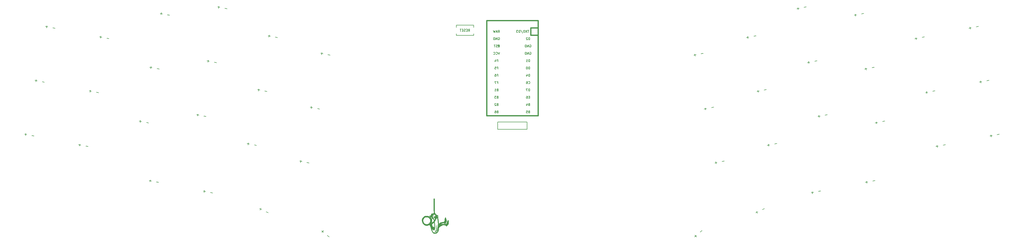
<source format=gbo>
G04 #@! TF.GenerationSoftware,KiCad,Pcbnew,(5.1.4-0-10_14)*
G04 #@! TF.CreationDate,2021-05-16T21:06:51-06:00*
G04 #@! TF.ProjectId,avlo44,61766c6f-3434-42e6-9b69-6361645f7063,0.1*
G04 #@! TF.SameCoordinates,Original*
G04 #@! TF.FileFunction,Legend,Bot*
G04 #@! TF.FilePolarity,Positive*
%FSLAX46Y46*%
G04 Gerber Fmt 4.6, Leading zero omitted, Abs format (unit mm)*
G04 Created by KiCad (PCBNEW (5.1.4-0-10_14)) date 2021-05-16 21:06:51*
%MOMM*%
%LPD*%
G04 APERTURE LIST*
%ADD10C,0.010000*%
%ADD11C,0.381000*%
%ADD12C,0.150000*%
G04 APERTURE END LIST*
D10*
G36*
X185339567Y-195535550D02*
G01*
X185350150Y-195546133D01*
X185360733Y-195535550D01*
X185350150Y-195524967D01*
X185339567Y-195535550D01*
X185339567Y-195535550D01*
G37*
X185339567Y-195535550D02*
X185350150Y-195546133D01*
X185360733Y-195535550D01*
X185350150Y-195524967D01*
X185339567Y-195535550D01*
G36*
X185384112Y-195948300D02*
G01*
X185380700Y-196064092D01*
X185374775Y-196208995D01*
X185366966Y-196369900D01*
X185357904Y-196533702D01*
X185349517Y-196667967D01*
X185337644Y-196838834D01*
X185326653Y-196976765D01*
X185315482Y-197091112D01*
X185303070Y-197191227D01*
X185288356Y-197286463D01*
X185270279Y-197386171D01*
X185264876Y-197414092D01*
X185260507Y-197470445D01*
X185273109Y-197494246D01*
X185299383Y-197481798D01*
X185312102Y-197467008D01*
X185336175Y-197413019D01*
X185357313Y-197321067D01*
X185375241Y-197195438D01*
X185389682Y-197040418D01*
X185400362Y-196860293D01*
X185407006Y-196659350D01*
X185409337Y-196441876D01*
X185407080Y-196212156D01*
X185402885Y-196054133D01*
X185389849Y-195662550D01*
X185384112Y-195948300D01*
X185384112Y-195948300D01*
G37*
X185384112Y-195948300D02*
X185380700Y-196064092D01*
X185374775Y-196208995D01*
X185366966Y-196369900D01*
X185357904Y-196533702D01*
X185349517Y-196667967D01*
X185337644Y-196838834D01*
X185326653Y-196976765D01*
X185315482Y-197091112D01*
X185303070Y-197191227D01*
X185288356Y-197286463D01*
X185270279Y-197386171D01*
X185264876Y-197414092D01*
X185260507Y-197470445D01*
X185273109Y-197494246D01*
X185299383Y-197481798D01*
X185312102Y-197467008D01*
X185336175Y-197413019D01*
X185357313Y-197321067D01*
X185375241Y-197195438D01*
X185389682Y-197040418D01*
X185400362Y-196860293D01*
X185407006Y-196659350D01*
X185409337Y-196441876D01*
X185407080Y-196212156D01*
X185402885Y-196054133D01*
X185389849Y-195662550D01*
X185384112Y-195948300D01*
G36*
X185167438Y-196570994D02*
G01*
X185157234Y-196616920D01*
X185147928Y-196702453D01*
X185147310Y-196710300D01*
X185126821Y-196946101D01*
X185104554Y-197142329D01*
X185080087Y-197301724D01*
X185052994Y-197427025D01*
X185022852Y-197520972D01*
X185021125Y-197525217D01*
X185005522Y-197566608D01*
X184981868Y-197633229D01*
X184957165Y-197705133D01*
X184926497Y-197789978D01*
X184893950Y-197871004D01*
X184871109Y-197921248D01*
X184846451Y-197972730D01*
X184832638Y-198006441D01*
X184831567Y-198011207D01*
X184845444Y-198022903D01*
X184882612Y-198007374D01*
X184931322Y-197971582D01*
X184974677Y-197915691D01*
X185018378Y-197824306D01*
X185060809Y-197704221D01*
X185100350Y-197562232D01*
X185135383Y-197405131D01*
X185164289Y-197239713D01*
X185185451Y-197072773D01*
X185197249Y-196911104D01*
X185199004Y-196847883D01*
X185198418Y-196733309D01*
X185194028Y-196645832D01*
X185186774Y-196587952D01*
X185177598Y-196562172D01*
X185167438Y-196570994D01*
X185167438Y-196570994D01*
G37*
X185167438Y-196570994D02*
X185157234Y-196616920D01*
X185147928Y-196702453D01*
X185147310Y-196710300D01*
X185126821Y-196946101D01*
X185104554Y-197142329D01*
X185080087Y-197301724D01*
X185052994Y-197427025D01*
X185022852Y-197520972D01*
X185021125Y-197525217D01*
X185005522Y-197566608D01*
X184981868Y-197633229D01*
X184957165Y-197705133D01*
X184926497Y-197789978D01*
X184893950Y-197871004D01*
X184871109Y-197921248D01*
X184846451Y-197972730D01*
X184832638Y-198006441D01*
X184831567Y-198011207D01*
X184845444Y-198022903D01*
X184882612Y-198007374D01*
X184931322Y-197971582D01*
X184974677Y-197915691D01*
X185018378Y-197824306D01*
X185060809Y-197704221D01*
X185100350Y-197562232D01*
X185135383Y-197405131D01*
X185164289Y-197239713D01*
X185185451Y-197072773D01*
X185197249Y-196911104D01*
X185199004Y-196847883D01*
X185198418Y-196733309D01*
X185194028Y-196645832D01*
X185186774Y-196587952D01*
X185177598Y-196562172D01*
X185167438Y-196570994D01*
G36*
X184893007Y-196117633D02*
G01*
X184882332Y-196357360D01*
X184870273Y-196572659D01*
X184857113Y-196759997D01*
X184843133Y-196915842D01*
X184828615Y-197036661D01*
X184813840Y-197118920D01*
X184812827Y-197123050D01*
X184795851Y-197192257D01*
X184775089Y-197279127D01*
X184762051Y-197334717D01*
X184696199Y-197535756D01*
X184595713Y-197730870D01*
X184529801Y-197828195D01*
X184449420Y-197937801D01*
X184394727Y-198015811D01*
X184364827Y-198063574D01*
X184358825Y-198082443D01*
X184361246Y-198082746D01*
X184390844Y-198078156D01*
X184443099Y-198071408D01*
X184450567Y-198070508D01*
X184511307Y-198056144D01*
X184564503Y-198025995D01*
X184612312Y-197976094D01*
X184656892Y-197902477D01*
X184700398Y-197801175D01*
X184744989Y-197668225D01*
X184792822Y-197499658D01*
X184821979Y-197387633D01*
X184848922Y-197255101D01*
X184870541Y-197089410D01*
X184886982Y-196888542D01*
X184898396Y-196650482D01*
X184904930Y-196373210D01*
X184906255Y-196244633D01*
X184910121Y-195683717D01*
X184893007Y-196117633D01*
X184893007Y-196117633D01*
G37*
X184893007Y-196117633D02*
X184882332Y-196357360D01*
X184870273Y-196572659D01*
X184857113Y-196759997D01*
X184843133Y-196915842D01*
X184828615Y-197036661D01*
X184813840Y-197118920D01*
X184812827Y-197123050D01*
X184795851Y-197192257D01*
X184775089Y-197279127D01*
X184762051Y-197334717D01*
X184696199Y-197535756D01*
X184595713Y-197730870D01*
X184529801Y-197828195D01*
X184449420Y-197937801D01*
X184394727Y-198015811D01*
X184364827Y-198063574D01*
X184358825Y-198082443D01*
X184361246Y-198082746D01*
X184390844Y-198078156D01*
X184443099Y-198071408D01*
X184450567Y-198070508D01*
X184511307Y-198056144D01*
X184564503Y-198025995D01*
X184612312Y-197976094D01*
X184656892Y-197902477D01*
X184700398Y-197801175D01*
X184744989Y-197668225D01*
X184792822Y-197499658D01*
X184821979Y-197387633D01*
X184848922Y-197255101D01*
X184870541Y-197089410D01*
X184886982Y-196888542D01*
X184898396Y-196650482D01*
X184904930Y-196373210D01*
X184906255Y-196244633D01*
X184910121Y-195683717D01*
X184893007Y-196117633D01*
G36*
X184180692Y-186448868D02*
G01*
X184016650Y-186455050D01*
X183999450Y-186783133D01*
X183995035Y-186912502D01*
X183993243Y-187076228D01*
X183994023Y-187266420D01*
X183997324Y-187475187D01*
X184003094Y-187694637D01*
X184005881Y-187777967D01*
X184011277Y-187955309D01*
X184016186Y-188165210D01*
X184020468Y-188397895D01*
X184023982Y-188643592D01*
X184026587Y-188892526D01*
X184028145Y-189134925D01*
X184028520Y-189354883D01*
X184028945Y-189573433D01*
X184030586Y-189801033D01*
X184033301Y-190029274D01*
X184036949Y-190249747D01*
X184041389Y-190454041D01*
X184046479Y-190633748D01*
X184052078Y-190780457D01*
X184052719Y-190794217D01*
X184059764Y-190944645D01*
X184066142Y-191085417D01*
X184071555Y-191209603D01*
X184075706Y-191310274D01*
X184078298Y-191380501D01*
X184079029Y-191408050D01*
X184080150Y-191492717D01*
X183963733Y-191503376D01*
X183842405Y-191529219D01*
X183721329Y-191580064D01*
X183620014Y-191647463D01*
X183609570Y-191656761D01*
X183562322Y-191700469D01*
X183518075Y-191644218D01*
X183460720Y-191599735D01*
X183393677Y-191590558D01*
X183325620Y-191613849D01*
X183265220Y-191666767D01*
X183223284Y-191740707D01*
X183195722Y-191810649D01*
X183169704Y-191873717D01*
X183144867Y-191933363D01*
X183111228Y-192015832D01*
X183075486Y-192104550D01*
X183044337Y-192182946D01*
X183032851Y-192212383D01*
X183001139Y-192292940D01*
X182979930Y-192340291D01*
X182965049Y-192360939D01*
X182952324Y-192361387D01*
X182942487Y-192353186D01*
X182909230Y-192339958D01*
X182848607Y-192331101D01*
X182793705Y-192328800D01*
X182718819Y-192331507D01*
X182669613Y-192343323D01*
X182629587Y-192369793D01*
X182606386Y-192391724D01*
X182566947Y-192443460D01*
X182562668Y-192488971D01*
X182595484Y-192532834D01*
X182667333Y-192579622D01*
X182691199Y-192592099D01*
X182755695Y-192630876D01*
X182807213Y-192672527D01*
X182824329Y-192692612D01*
X182853523Y-192752088D01*
X182878417Y-192826510D01*
X182895144Y-192900608D01*
X182899833Y-192959112D01*
X182896524Y-192977567D01*
X182884325Y-192992997D01*
X182862752Y-192985714D01*
X182824990Y-192951842D01*
X182793436Y-192918969D01*
X182677191Y-192805748D01*
X182553778Y-192709030D01*
X182412706Y-192621769D01*
X182243479Y-192536919D01*
X182185733Y-192510917D01*
X182007199Y-192450187D01*
X181803986Y-192411416D01*
X181587866Y-192395035D01*
X181370614Y-192401474D01*
X181164001Y-192431164D01*
X181024701Y-192468416D01*
X180803087Y-192561267D01*
X180599328Y-192684329D01*
X180418551Y-192833006D01*
X180265879Y-193002705D01*
X180146440Y-193188829D01*
X180094423Y-193302467D01*
X180014359Y-193562458D01*
X179973867Y-193828299D01*
X179971799Y-194095419D01*
X180007008Y-194359245D01*
X180078348Y-194615205D01*
X180184672Y-194858726D01*
X180324831Y-195085237D01*
X180497680Y-195290166D01*
X180622010Y-195405431D01*
X180821359Y-195555093D01*
X181019234Y-195665439D01*
X181221688Y-195738810D01*
X181434775Y-195777550D01*
X181603650Y-195785294D01*
X181799117Y-195775037D01*
X181976582Y-195743926D01*
X182148580Y-195688378D01*
X182327646Y-195604810D01*
X182425443Y-195550414D01*
X182488052Y-195515440D01*
X182534266Y-195492297D01*
X182554201Y-195485931D01*
X182554244Y-195485982D01*
X182565055Y-195506315D01*
X182591696Y-195558339D01*
X182631040Y-195635890D01*
X182679960Y-195732809D01*
X182729783Y-195831883D01*
X182789261Y-195949939D01*
X182846449Y-196062704D01*
X182896906Y-196161475D01*
X182936189Y-196237549D01*
X182955524Y-196274244D01*
X182987098Y-196342341D01*
X183007288Y-196403803D01*
X183011233Y-196430538D01*
X183016690Y-196487464D01*
X183029953Y-196554728D01*
X183031218Y-196559677D01*
X183044416Y-196611795D01*
X183064480Y-196692880D01*
X183088405Y-196790734D01*
X183107380Y-196869050D01*
X183140419Y-196999364D01*
X183174486Y-197122172D01*
X183207171Y-197229673D01*
X183236062Y-197314065D01*
X183258746Y-197367547D01*
X183264435Y-197377050D01*
X183278215Y-197407393D01*
X183298906Y-197464949D01*
X183318277Y-197525217D01*
X183344140Y-197597227D01*
X183381510Y-197685731D01*
X183425491Y-197780759D01*
X183471183Y-197872342D01*
X183513689Y-197950512D01*
X183548111Y-198005297D01*
X183562664Y-198022633D01*
X183580273Y-198042852D01*
X183617686Y-198088173D01*
X183668327Y-198150589D01*
X183696204Y-198185270D01*
X183829805Y-198330287D01*
X183969327Y-198436084D01*
X184121156Y-198505769D01*
X184291678Y-198542451D01*
X184445502Y-198550129D01*
X184542437Y-198547340D01*
X184630063Y-198541261D01*
X184695171Y-198532962D01*
X184715150Y-198528314D01*
X184851474Y-198483694D01*
X184955976Y-198445504D01*
X185037788Y-198409467D01*
X185106047Y-198371309D01*
X185169887Y-198326754D01*
X185205227Y-198298944D01*
X185282322Y-198225257D01*
X185367135Y-198125969D01*
X185449628Y-198013909D01*
X185519762Y-197901907D01*
X185529057Y-197885050D01*
X185565910Y-197817626D01*
X185595958Y-197764193D01*
X185612338Y-197736883D01*
X185632547Y-197693444D01*
X185658484Y-197616025D01*
X185688036Y-197512246D01*
X185719091Y-197389727D01*
X185749535Y-197256089D01*
X185761672Y-197198278D01*
X185771505Y-197133288D01*
X185781537Y-197038060D01*
X185790678Y-196924672D01*
X185797841Y-196805201D01*
X185798670Y-196787671D01*
X185804771Y-196667794D01*
X185811148Y-196583031D01*
X185819000Y-196526172D01*
X185829525Y-196490007D01*
X185843919Y-196467327D01*
X185853365Y-196458443D01*
X185895330Y-196423306D01*
X185918721Y-196403046D01*
X185924769Y-196397898D01*
X185538480Y-196397898D01*
X185538366Y-196576751D01*
X185537709Y-196722114D01*
X185536318Y-196838407D01*
X185534000Y-196930053D01*
X185530564Y-197001471D01*
X185525818Y-197057085D01*
X185519569Y-197101314D01*
X185511627Y-197138580D01*
X185501798Y-197173304D01*
X185494133Y-197197133D01*
X185468016Y-197282518D01*
X185446058Y-197365261D01*
X185434816Y-197417871D01*
X185402453Y-197531059D01*
X185343553Y-197660369D01*
X185264392Y-197795172D01*
X185171243Y-197924842D01*
X185070382Y-198038749D01*
X185065289Y-198043800D01*
X184947004Y-198136330D01*
X184801801Y-198212764D01*
X184643848Y-198267210D01*
X184487311Y-198293774D01*
X184461150Y-198295116D01*
X184397413Y-198289733D01*
X184312742Y-198273060D01*
X184228317Y-198249568D01*
X184052307Y-198182814D01*
X183913341Y-198107673D01*
X183806373Y-198020286D01*
X183726357Y-197916794D01*
X183683896Y-197833209D01*
X183652843Y-197762048D01*
X183613080Y-197673551D01*
X183578966Y-197599300D01*
X183524671Y-197466948D01*
X183465868Y-197293747D01*
X183402957Y-197080896D01*
X183388314Y-197027800D01*
X183365273Y-196941224D01*
X183356608Y-196892604D01*
X183366125Y-196879867D01*
X183397633Y-196900938D01*
X183454940Y-196953742D01*
X183480158Y-196977774D01*
X183635188Y-197113447D01*
X183782489Y-197218439D01*
X183919354Y-197291584D01*
X184043080Y-197331717D01*
X184150960Y-197337673D01*
X184240290Y-197308286D01*
X184243233Y-197306488D01*
X184301506Y-197262793D01*
X184341068Y-197211099D01*
X184367020Y-197140930D01*
X184384465Y-197041811D01*
X184388418Y-197008363D01*
X184401076Y-196903484D01*
X184416340Y-196790750D01*
X184429027Y-196706533D01*
X184434123Y-196648481D01*
X184437212Y-196554511D01*
X184438446Y-196430985D01*
X184438079Y-196315633D01*
X184274727Y-196315633D01*
X184257706Y-196327025D01*
X184222988Y-196321307D01*
X184165881Y-196310481D01*
X184091426Y-196298605D01*
X184063224Y-196294607D01*
X183956775Y-196262989D01*
X183901167Y-196224339D01*
X183838141Y-196179287D01*
X183765705Y-196145294D01*
X183759343Y-196143261D01*
X183672658Y-196095576D01*
X183591492Y-196007358D01*
X183535719Y-195916550D01*
X183513156Y-195853223D01*
X183490946Y-195750590D01*
X183469604Y-195611679D01*
X183455658Y-195491378D01*
X183256624Y-195491378D01*
X183240718Y-195500598D01*
X183206142Y-195472771D01*
X183195854Y-195461225D01*
X183164010Y-195413872D01*
X183167348Y-195383609D01*
X183190472Y-195369406D01*
X183216312Y-195364656D01*
X183233098Y-195381562D01*
X183248099Y-195429105D01*
X183252127Y-195445592D01*
X183256624Y-195491378D01*
X183455658Y-195491378D01*
X183449646Y-195439518D01*
X183443352Y-195374843D01*
X183430349Y-195235303D01*
X183507444Y-195189816D01*
X183579943Y-195141995D01*
X183673401Y-195073062D01*
X183777911Y-194990878D01*
X183883569Y-194903307D01*
X183980468Y-194818209D01*
X184009787Y-194791115D01*
X184022365Y-194779791D01*
X183213902Y-194779791D01*
X183207942Y-194823218D01*
X183182244Y-194868589D01*
X183146714Y-194904999D01*
X183111257Y-194921544D01*
X183091189Y-194914889D01*
X183080185Y-194882750D01*
X183088574Y-194822760D01*
X183095729Y-194795329D01*
X183115349Y-194735775D01*
X183134119Y-194695406D01*
X183141137Y-194687089D01*
X183155239Y-194659442D01*
X183159400Y-194624134D01*
X183165697Y-194581189D01*
X183179832Y-194573340D01*
X183194670Y-194596083D01*
X183203077Y-194644918D01*
X183203306Y-194651842D01*
X183206819Y-194719116D01*
X183213252Y-194776114D01*
X183213902Y-194779791D01*
X184022365Y-194779791D01*
X184069230Y-194737600D01*
X184118094Y-194697820D01*
X184147456Y-194678939D01*
X184150306Y-194678300D01*
X184167820Y-194699119D01*
X184184373Y-194760198D01*
X184199770Y-194859473D01*
X184213814Y-194994877D01*
X184226311Y-195164344D01*
X184237065Y-195365809D01*
X184245881Y-195597205D01*
X184249604Y-195727494D01*
X184253602Y-195870187D01*
X184257929Y-196001706D01*
X184262307Y-196115107D01*
X184266456Y-196203448D01*
X184270096Y-196259789D01*
X184271599Y-196273552D01*
X184274727Y-196315633D01*
X184438079Y-196315633D01*
X184437979Y-196284263D01*
X184435965Y-196120705D01*
X184432558Y-195946672D01*
X184427912Y-195768525D01*
X184422180Y-195592624D01*
X184415516Y-195425331D01*
X184408074Y-195273005D01*
X184400008Y-195142008D01*
X184391470Y-195038699D01*
X184387937Y-195006383D01*
X184375025Y-194900533D01*
X184359789Y-194777092D01*
X184345243Y-194660466D01*
X184343406Y-194645856D01*
X184319336Y-194454663D01*
X184486192Y-194180883D01*
X184095581Y-194180883D01*
X183918532Y-194347617D01*
X183844985Y-194414037D01*
X183760407Y-194485933D01*
X183671713Y-194557957D01*
X183585816Y-194624758D01*
X183509628Y-194680986D01*
X183450063Y-194721293D01*
X183414034Y-194740328D01*
X183410009Y-194741127D01*
X183402102Y-194721932D01*
X183392946Y-194670095D01*
X183384085Y-194595215D01*
X183380917Y-194560328D01*
X183373298Y-194403120D01*
X183374274Y-194230197D01*
X183377927Y-194154468D01*
X182832773Y-194154468D01*
X182819762Y-194301277D01*
X182791991Y-194425961D01*
X182783831Y-194449176D01*
X182678465Y-194675252D01*
X182547547Y-194868049D01*
X182389483Y-195029192D01*
X182202680Y-195160304D01*
X181985544Y-195263009D01*
X181984650Y-195263351D01*
X181923923Y-195281072D01*
X181837697Y-195299818D01*
X181742613Y-195316565D01*
X181655312Y-195328286D01*
X181607705Y-195331882D01*
X181544893Y-195330058D01*
X181459436Y-195322765D01*
X181374871Y-195312265D01*
X181293190Y-195298906D01*
X181223686Y-195284972D01*
X181181040Y-195273416D01*
X181180317Y-195273132D01*
X180972711Y-195173095D01*
X180799712Y-195051338D01*
X180657851Y-194904139D01*
X180543658Y-194727776D01*
X180453662Y-194518527D01*
X180440645Y-194479806D01*
X180413900Y-194388396D01*
X180397446Y-194304587D01*
X180389074Y-194212224D01*
X180386579Y-194095152D01*
X180386567Y-194083964D01*
X180403651Y-193841605D01*
X180453659Y-193619744D01*
X180534728Y-193420798D01*
X180644993Y-193247186D01*
X180782591Y-193101324D01*
X180945657Y-192985632D01*
X181132326Y-192902527D01*
X181333782Y-192855395D01*
X181452372Y-192844827D01*
X181588811Y-192842506D01*
X181728394Y-192847844D01*
X181856413Y-192860253D01*
X181958163Y-192879144D01*
X181963483Y-192880573D01*
X182145813Y-192952088D01*
X182316794Y-193060935D01*
X182472147Y-193202706D01*
X182607591Y-193372994D01*
X182718849Y-193567392D01*
X182783346Y-193724914D01*
X182814556Y-193851924D01*
X182831035Y-193999896D01*
X182832773Y-194154468D01*
X183377927Y-194154468D01*
X183382970Y-194049925D01*
X183398508Y-193870670D01*
X183420014Y-193700800D01*
X183446611Y-193548681D01*
X183477424Y-193422679D01*
X183509065Y-193336331D01*
X183545536Y-193259475D01*
X183640316Y-193346841D01*
X183696582Y-193395715D01*
X183737628Y-193419992D01*
X183777456Y-193425705D01*
X183813894Y-193421606D01*
X183892692Y-193409006D01*
X183938011Y-193562111D01*
X183965788Y-193657448D01*
X183989345Y-193742626D01*
X184012294Y-193831496D01*
X184038245Y-193937907D01*
X184060712Y-194032717D01*
X184095581Y-194180883D01*
X184486192Y-194180883D01*
X184525315Y-194116690D01*
X184610753Y-193976386D01*
X184677150Y-193866651D01*
X184727495Y-193781908D01*
X184764780Y-193716577D01*
X184791996Y-193665082D01*
X184812135Y-193621844D01*
X184828187Y-193581285D01*
X184843145Y-193537827D01*
X184854558Y-193502720D01*
X184885475Y-193419536D01*
X184916408Y-193367713D01*
X184953826Y-193336770D01*
X184958655Y-193334171D01*
X185006831Y-193300077D01*
X185060017Y-193249233D01*
X185108041Y-193193202D01*
X185140731Y-193143546D01*
X185149067Y-193117727D01*
X185165886Y-193093305D01*
X185178066Y-193090800D01*
X185200751Y-193109950D01*
X185224035Y-193160318D01*
X185233414Y-193191342D01*
X185253219Y-193266380D01*
X185271707Y-193335589D01*
X185277064Y-193355383D01*
X185308183Y-193472397D01*
X185331305Y-193567696D01*
X185350717Y-193660077D01*
X185368790Y-193757550D01*
X185407355Y-193985627D01*
X185440010Y-194206392D01*
X185467169Y-194425761D01*
X185489245Y-194649650D01*
X185506651Y-194883978D01*
X185519802Y-195134659D01*
X185529111Y-195407612D01*
X185534992Y-195708752D01*
X185537859Y-196043997D01*
X185538244Y-196181133D01*
X185538480Y-196397898D01*
X185924769Y-196397898D01*
X185983289Y-196348089D01*
X186072654Y-196275591D01*
X186177355Y-196192884D01*
X186287933Y-196107301D01*
X186394930Y-196026174D01*
X186488884Y-195956837D01*
X186550999Y-195912937D01*
X186711500Y-195811950D01*
X186877550Y-195722746D01*
X187037491Y-195651036D01*
X187179660Y-195602532D01*
X187190806Y-195599597D01*
X187286007Y-195582494D01*
X187403081Y-195571994D01*
X187527047Y-195568427D01*
X187642924Y-195572124D01*
X187735731Y-195583415D01*
X187752567Y-195587205D01*
X187883289Y-195620381D01*
X187980217Y-195646316D01*
X188050282Y-195669331D01*
X188100413Y-195693750D01*
X188137540Y-195723894D01*
X188168592Y-195764088D01*
X188200500Y-195818653D01*
X188239760Y-195891123D01*
X188274678Y-195945113D01*
X188312147Y-195978466D01*
X188355669Y-195989591D01*
X188408745Y-195976899D01*
X188474878Y-195938798D01*
X188557571Y-195873698D01*
X188660325Y-195780010D01*
X188786644Y-195656142D01*
X188810900Y-195631781D01*
X188917439Y-195523202D01*
X188997571Y-195436445D01*
X189055470Y-195364065D01*
X189095312Y-195298614D01*
X189121274Y-195232643D01*
X189137530Y-195158706D01*
X189148255Y-195069355D01*
X189152335Y-195022798D01*
X189172027Y-194755248D01*
X189183271Y-194527948D01*
X189186033Y-194339660D01*
X189180282Y-194189145D01*
X189165982Y-194075163D01*
X189143101Y-193996478D01*
X189123819Y-193963925D01*
X189077631Y-193936274D01*
X189017626Y-193948092D01*
X188944406Y-193999046D01*
X188858575Y-194088802D01*
X188826730Y-194127967D01*
X188707871Y-194295928D01*
X188624829Y-194454294D01*
X188574634Y-194610427D01*
X188554314Y-194771689D01*
X188553576Y-194804841D01*
X188552446Y-194977137D01*
X188443548Y-195025427D01*
X188372306Y-195066205D01*
X188297915Y-195123241D01*
X188231775Y-195186216D01*
X188185285Y-195244810D01*
X188172395Y-195270900D01*
X188156232Y-195286705D01*
X188117669Y-195283119D01*
X188090257Y-195275377D01*
X188019095Y-195253615D01*
X187941470Y-195230220D01*
X187932483Y-195227538D01*
X187872904Y-195216439D01*
X187779843Y-195207041D01*
X187662128Y-195199540D01*
X187528584Y-195194128D01*
X187388037Y-195191000D01*
X187249312Y-195190351D01*
X187121236Y-195192374D01*
X187012634Y-195197264D01*
X186932332Y-195205215D01*
X186930521Y-195205492D01*
X186837475Y-195223858D01*
X186725146Y-195251728D01*
X186613954Y-195283916D01*
X186585100Y-195293230D01*
X186499758Y-195320171D01*
X186428890Y-195339923D01*
X186382438Y-195349846D01*
X186370755Y-195350113D01*
X186373412Y-195334641D01*
X186404019Y-195301141D01*
X186455455Y-195255293D01*
X186520597Y-195202775D01*
X186592324Y-195149268D01*
X186663514Y-195100451D01*
X186727045Y-195062004D01*
X186741735Y-195054253D01*
X186929760Y-194979674D01*
X187143459Y-194931583D01*
X187374060Y-194911855D01*
X187409654Y-194911458D01*
X187627657Y-194911133D01*
X187758904Y-195037947D01*
X187821388Y-195095519D01*
X187874626Y-195139486D01*
X187909968Y-195162892D01*
X187916801Y-195164947D01*
X187955650Y-195147161D01*
X188009026Y-195097457D01*
X188072863Y-195021953D01*
X188143099Y-194926765D01*
X188215671Y-194818008D01*
X188286514Y-194701801D01*
X188351565Y-194584258D01*
X188406760Y-194471497D01*
X188448036Y-194369633D01*
X188451075Y-194360775D01*
X188470470Y-194298284D01*
X188479832Y-194246918D01*
X188479676Y-194191931D01*
X188470514Y-194118572D01*
X188461453Y-194062845D01*
X188430617Y-193882374D01*
X188404087Y-193735826D01*
X188380084Y-193615229D01*
X188356827Y-193512611D01*
X188332538Y-193420001D01*
X188305436Y-193329428D01*
X188280926Y-193254251D01*
X188230811Y-193122731D01*
X188181718Y-193029774D01*
X188134464Y-192976688D01*
X188099204Y-192963800D01*
X188059997Y-192983324D01*
X188014558Y-193037399D01*
X187965956Y-193119275D01*
X187917264Y-193222205D01*
X187871553Y-193339440D01*
X187831894Y-193464233D01*
X187801358Y-193589834D01*
X187792601Y-193637485D01*
X187781598Y-193717602D01*
X187780232Y-193783018D01*
X187789690Y-193851572D01*
X187811160Y-193941104D01*
X187813352Y-193949403D01*
X187857874Y-194117383D01*
X187764505Y-194202050D01*
X187691153Y-194277460D01*
X187632067Y-194355142D01*
X187594033Y-194425076D01*
X187583313Y-194469660D01*
X187577316Y-194494778D01*
X187555270Y-194512004D01*
X187510890Y-194522715D01*
X187437888Y-194528288D01*
X187329980Y-194530100D01*
X187307332Y-194530133D01*
X187212134Y-194532011D01*
X187128506Y-194537053D01*
X187068481Y-194544373D01*
X187049771Y-194549096D01*
X187025185Y-194558231D01*
X186995091Y-194568151D01*
X186952937Y-194580723D01*
X186892169Y-194597816D01*
X186806235Y-194621298D01*
X186688582Y-194653039D01*
X186630733Y-194668584D01*
X186483507Y-194712015D01*
X186356733Y-194759603D01*
X186236655Y-194817828D01*
X186109515Y-194893171D01*
X185999669Y-194965891D01*
X185920424Y-195019708D01*
X185855225Y-195063433D01*
X185811236Y-195092298D01*
X185795676Y-195101633D01*
X185792063Y-195081807D01*
X185785730Y-195027397D01*
X185777476Y-194946005D01*
X185768103Y-194845234D01*
X185765038Y-194810592D01*
X185737727Y-194515186D01*
X185710382Y-194256385D01*
X185682112Y-194028472D01*
X185652026Y-193825726D01*
X185619234Y-193642428D01*
X185582845Y-193472860D01*
X185541968Y-193311302D01*
X185518591Y-193228383D01*
X185485926Y-193116506D01*
X185464332Y-193038487D01*
X185453778Y-192987330D01*
X185454233Y-192956043D01*
X185465667Y-192937630D01*
X185488049Y-192925097D01*
X185517201Y-192913201D01*
X185588046Y-192868000D01*
X185625145Y-192809394D01*
X185624902Y-192744432D01*
X185615180Y-192721218D01*
X185568483Y-192674015D01*
X185490482Y-192650903D01*
X185396781Y-192649674D01*
X185339377Y-192651425D01*
X185309893Y-192640458D01*
X185294084Y-192607821D01*
X185286861Y-192580593D01*
X185283051Y-192541844D01*
X185302302Y-192515207D01*
X185347623Y-192490168D01*
X185450817Y-192430703D01*
X185517399Y-192368906D01*
X185546052Y-192307335D01*
X185535458Y-192248545D01*
X185495462Y-192203336D01*
X185417799Y-192166070D01*
X185326662Y-192167010D01*
X185219933Y-192206224D01*
X185207979Y-192212435D01*
X185108479Y-192265403D01*
X185067424Y-192221336D01*
X185038142Y-192172299D01*
X185031394Y-192151589D01*
X184662212Y-192151589D01*
X184606671Y-192266653D01*
X184543616Y-192399079D01*
X184492497Y-192510111D01*
X184455270Y-192595320D01*
X184433891Y-192650276D01*
X184429400Y-192668281D01*
X184412401Y-192674464D01*
X184369322Y-192663628D01*
X184352732Y-192657167D01*
X184247591Y-192627951D01*
X184158073Y-192635830D01*
X184126384Y-192648945D01*
X184076566Y-192680691D01*
X184028258Y-192720629D01*
X183993944Y-192757520D01*
X183984900Y-192776322D01*
X184000751Y-192796238D01*
X184042479Y-192832898D01*
X184101346Y-192878675D01*
X184106608Y-192882557D01*
X184182979Y-192940368D01*
X184232832Y-192985281D01*
X184264605Y-193028282D01*
X184286734Y-193080359D01*
X184304261Y-193139968D01*
X184327524Y-193208085D01*
X184356776Y-193248080D01*
X184400884Y-193273432D01*
X184457603Y-193306228D01*
X184499616Y-193345709D01*
X184500077Y-193346360D01*
X184515693Y-193375083D01*
X184517197Y-193406446D01*
X184502951Y-193453012D01*
X184478648Y-193510709D01*
X184419403Y-193642283D01*
X184366064Y-193754168D01*
X184320973Y-193841889D01*
X184286471Y-193900967D01*
X184264897Y-193926925D01*
X184260845Y-193927364D01*
X184247250Y-193901723D01*
X184234085Y-193850843D01*
X184231482Y-193836073D01*
X184213139Y-193753816D01*
X184181640Y-193645022D01*
X184141120Y-193521797D01*
X184095712Y-193396246D01*
X184049552Y-193280473D01*
X184016267Y-193205963D01*
X183953721Y-193096082D01*
X183876950Y-192991361D01*
X183852883Y-192964590D01*
X183403907Y-192964590D01*
X183394391Y-193098960D01*
X183370258Y-193175774D01*
X183341229Y-193256655D01*
X183311201Y-193353921D01*
X183283377Y-193455423D01*
X183260961Y-193549011D01*
X183247155Y-193622536D01*
X183244317Y-193653480D01*
X183239332Y-193699824D01*
X183225367Y-193705274D01*
X183202767Y-193670228D01*
X183171880Y-193595085D01*
X183156897Y-193552767D01*
X183123209Y-193442335D01*
X183107648Y-193356647D01*
X183107971Y-193283339D01*
X183108005Y-193283023D01*
X183128032Y-193120619D01*
X183152019Y-192968161D01*
X183178680Y-192830951D01*
X183206729Y-192714288D01*
X183234881Y-192623473D01*
X183261851Y-192563807D01*
X183286353Y-192540591D01*
X183288097Y-192540467D01*
X183300708Y-192559398D01*
X183316617Y-192608485D01*
X183329192Y-192662175D01*
X183345784Y-192737095D01*
X183362312Y-192800729D01*
X183371332Y-192828750D01*
X183403907Y-192964590D01*
X183852883Y-192964590D01*
X183837452Y-192947427D01*
X183776001Y-192877346D01*
X183722029Y-192802554D01*
X183690134Y-192745205D01*
X183664902Y-192668115D01*
X183644948Y-192573560D01*
X183632151Y-192475943D01*
X183628392Y-192389663D01*
X183635551Y-192329121D01*
X183635740Y-192328517D01*
X183647044Y-192302753D01*
X183667127Y-192290306D01*
X183706894Y-192288730D01*
X183777246Y-192295581D01*
X183780819Y-192295992D01*
X183877452Y-192306859D01*
X183940097Y-192312666D01*
X183976788Y-192313450D01*
X183995560Y-192309248D01*
X184004450Y-192300098D01*
X184006067Y-192297050D01*
X183992429Y-192281216D01*
X183946927Y-192257191D01*
X183878158Y-192229238D01*
X183847317Y-192218338D01*
X183754260Y-192182652D01*
X183700146Y-192150226D01*
X183685416Y-192118436D01*
X183710510Y-192084657D01*
X183775872Y-192046264D01*
X183881943Y-192000632D01*
X183884086Y-191999784D01*
X184059353Y-191948750D01*
X184224167Y-191938520D01*
X184379355Y-191969093D01*
X184455001Y-192000368D01*
X184526787Y-192039500D01*
X184588307Y-192079813D01*
X184619032Y-192105626D01*
X184662212Y-192151589D01*
X185031394Y-192151589D01*
X185016203Y-192104967D01*
X185012703Y-192086139D01*
X184986905Y-192000031D01*
X184937084Y-191945538D01*
X184870949Y-191919077D01*
X184819112Y-191888142D01*
X184801935Y-191853452D01*
X184775630Y-191802175D01*
X184724229Y-191737503D01*
X184657935Y-191669405D01*
X184586951Y-191607852D01*
X184521482Y-191562816D01*
X184489258Y-191547924D01*
X184435558Y-191522863D01*
X184401701Y-191493578D01*
X184398779Y-191488027D01*
X184396345Y-191461470D01*
X184393631Y-191395904D01*
X184390681Y-191294650D01*
X184387537Y-191161029D01*
X184384240Y-190998364D01*
X184380833Y-190809976D01*
X184377359Y-190599188D01*
X184373860Y-190369321D01*
X184370377Y-190123697D01*
X184366955Y-189865639D01*
X184363633Y-189598468D01*
X184360456Y-189325506D01*
X184357465Y-189050075D01*
X184354703Y-188775497D01*
X184352212Y-188505093D01*
X184350033Y-188242187D01*
X184348211Y-187990099D01*
X184346786Y-187752152D01*
X184345801Y-187531667D01*
X184345299Y-187331967D01*
X184345253Y-187284951D01*
X184344733Y-186442687D01*
X184180692Y-186448868D01*
X184180692Y-186448868D01*
G37*
X184180692Y-186448868D02*
X184016650Y-186455050D01*
X183999450Y-186783133D01*
X183995035Y-186912502D01*
X183993243Y-187076228D01*
X183994023Y-187266420D01*
X183997324Y-187475187D01*
X184003094Y-187694637D01*
X184005881Y-187777967D01*
X184011277Y-187955309D01*
X184016186Y-188165210D01*
X184020468Y-188397895D01*
X184023982Y-188643592D01*
X184026587Y-188892526D01*
X184028145Y-189134925D01*
X184028520Y-189354883D01*
X184028945Y-189573433D01*
X184030586Y-189801033D01*
X184033301Y-190029274D01*
X184036949Y-190249747D01*
X184041389Y-190454041D01*
X184046479Y-190633748D01*
X184052078Y-190780457D01*
X184052719Y-190794217D01*
X184059764Y-190944645D01*
X184066142Y-191085417D01*
X184071555Y-191209603D01*
X184075706Y-191310274D01*
X184078298Y-191380501D01*
X184079029Y-191408050D01*
X184080150Y-191492717D01*
X183963733Y-191503376D01*
X183842405Y-191529219D01*
X183721329Y-191580064D01*
X183620014Y-191647463D01*
X183609570Y-191656761D01*
X183562322Y-191700469D01*
X183518075Y-191644218D01*
X183460720Y-191599735D01*
X183393677Y-191590558D01*
X183325620Y-191613849D01*
X183265220Y-191666767D01*
X183223284Y-191740707D01*
X183195722Y-191810649D01*
X183169704Y-191873717D01*
X183144867Y-191933363D01*
X183111228Y-192015832D01*
X183075486Y-192104550D01*
X183044337Y-192182946D01*
X183032851Y-192212383D01*
X183001139Y-192292940D01*
X182979930Y-192340291D01*
X182965049Y-192360939D01*
X182952324Y-192361387D01*
X182942487Y-192353186D01*
X182909230Y-192339958D01*
X182848607Y-192331101D01*
X182793705Y-192328800D01*
X182718819Y-192331507D01*
X182669613Y-192343323D01*
X182629587Y-192369793D01*
X182606386Y-192391724D01*
X182566947Y-192443460D01*
X182562668Y-192488971D01*
X182595484Y-192532834D01*
X182667333Y-192579622D01*
X182691199Y-192592099D01*
X182755695Y-192630876D01*
X182807213Y-192672527D01*
X182824329Y-192692612D01*
X182853523Y-192752088D01*
X182878417Y-192826510D01*
X182895144Y-192900608D01*
X182899833Y-192959112D01*
X182896524Y-192977567D01*
X182884325Y-192992997D01*
X182862752Y-192985714D01*
X182824990Y-192951842D01*
X182793436Y-192918969D01*
X182677191Y-192805748D01*
X182553778Y-192709030D01*
X182412706Y-192621769D01*
X182243479Y-192536919D01*
X182185733Y-192510917D01*
X182007199Y-192450187D01*
X181803986Y-192411416D01*
X181587866Y-192395035D01*
X181370614Y-192401474D01*
X181164001Y-192431164D01*
X181024701Y-192468416D01*
X180803087Y-192561267D01*
X180599328Y-192684329D01*
X180418551Y-192833006D01*
X180265879Y-193002705D01*
X180146440Y-193188829D01*
X180094423Y-193302467D01*
X180014359Y-193562458D01*
X179973867Y-193828299D01*
X179971799Y-194095419D01*
X180007008Y-194359245D01*
X180078348Y-194615205D01*
X180184672Y-194858726D01*
X180324831Y-195085237D01*
X180497680Y-195290166D01*
X180622010Y-195405431D01*
X180821359Y-195555093D01*
X181019234Y-195665439D01*
X181221688Y-195738810D01*
X181434775Y-195777550D01*
X181603650Y-195785294D01*
X181799117Y-195775037D01*
X181976582Y-195743926D01*
X182148580Y-195688378D01*
X182327646Y-195604810D01*
X182425443Y-195550414D01*
X182488052Y-195515440D01*
X182534266Y-195492297D01*
X182554201Y-195485931D01*
X182554244Y-195485982D01*
X182565055Y-195506315D01*
X182591696Y-195558339D01*
X182631040Y-195635890D01*
X182679960Y-195732809D01*
X182729783Y-195831883D01*
X182789261Y-195949939D01*
X182846449Y-196062704D01*
X182896906Y-196161475D01*
X182936189Y-196237549D01*
X182955524Y-196274244D01*
X182987098Y-196342341D01*
X183007288Y-196403803D01*
X183011233Y-196430538D01*
X183016690Y-196487464D01*
X183029953Y-196554728D01*
X183031218Y-196559677D01*
X183044416Y-196611795D01*
X183064480Y-196692880D01*
X183088405Y-196790734D01*
X183107380Y-196869050D01*
X183140419Y-196999364D01*
X183174486Y-197122172D01*
X183207171Y-197229673D01*
X183236062Y-197314065D01*
X183258746Y-197367547D01*
X183264435Y-197377050D01*
X183278215Y-197407393D01*
X183298906Y-197464949D01*
X183318277Y-197525217D01*
X183344140Y-197597227D01*
X183381510Y-197685731D01*
X183425491Y-197780759D01*
X183471183Y-197872342D01*
X183513689Y-197950512D01*
X183548111Y-198005297D01*
X183562664Y-198022633D01*
X183580273Y-198042852D01*
X183617686Y-198088173D01*
X183668327Y-198150589D01*
X183696204Y-198185270D01*
X183829805Y-198330287D01*
X183969327Y-198436084D01*
X184121156Y-198505769D01*
X184291678Y-198542451D01*
X184445502Y-198550129D01*
X184542437Y-198547340D01*
X184630063Y-198541261D01*
X184695171Y-198532962D01*
X184715150Y-198528314D01*
X184851474Y-198483694D01*
X184955976Y-198445504D01*
X185037788Y-198409467D01*
X185106047Y-198371309D01*
X185169887Y-198326754D01*
X185205227Y-198298944D01*
X185282322Y-198225257D01*
X185367135Y-198125969D01*
X185449628Y-198013909D01*
X185519762Y-197901907D01*
X185529057Y-197885050D01*
X185565910Y-197817626D01*
X185595958Y-197764193D01*
X185612338Y-197736883D01*
X185632547Y-197693444D01*
X185658484Y-197616025D01*
X185688036Y-197512246D01*
X185719091Y-197389727D01*
X185749535Y-197256089D01*
X185761672Y-197198278D01*
X185771505Y-197133288D01*
X185781537Y-197038060D01*
X185790678Y-196924672D01*
X185797841Y-196805201D01*
X185798670Y-196787671D01*
X185804771Y-196667794D01*
X185811148Y-196583031D01*
X185819000Y-196526172D01*
X185829525Y-196490007D01*
X185843919Y-196467327D01*
X185853365Y-196458443D01*
X185895330Y-196423306D01*
X185918721Y-196403046D01*
X185924769Y-196397898D01*
X185538480Y-196397898D01*
X185538366Y-196576751D01*
X185537709Y-196722114D01*
X185536318Y-196838407D01*
X185534000Y-196930053D01*
X185530564Y-197001471D01*
X185525818Y-197057085D01*
X185519569Y-197101314D01*
X185511627Y-197138580D01*
X185501798Y-197173304D01*
X185494133Y-197197133D01*
X185468016Y-197282518D01*
X185446058Y-197365261D01*
X185434816Y-197417871D01*
X185402453Y-197531059D01*
X185343553Y-197660369D01*
X185264392Y-197795172D01*
X185171243Y-197924842D01*
X185070382Y-198038749D01*
X185065289Y-198043800D01*
X184947004Y-198136330D01*
X184801801Y-198212764D01*
X184643848Y-198267210D01*
X184487311Y-198293774D01*
X184461150Y-198295116D01*
X184397413Y-198289733D01*
X184312742Y-198273060D01*
X184228317Y-198249568D01*
X184052307Y-198182814D01*
X183913341Y-198107673D01*
X183806373Y-198020286D01*
X183726357Y-197916794D01*
X183683896Y-197833209D01*
X183652843Y-197762048D01*
X183613080Y-197673551D01*
X183578966Y-197599300D01*
X183524671Y-197466948D01*
X183465868Y-197293747D01*
X183402957Y-197080896D01*
X183388314Y-197027800D01*
X183365273Y-196941224D01*
X183356608Y-196892604D01*
X183366125Y-196879867D01*
X183397633Y-196900938D01*
X183454940Y-196953742D01*
X183480158Y-196977774D01*
X183635188Y-197113447D01*
X183782489Y-197218439D01*
X183919354Y-197291584D01*
X184043080Y-197331717D01*
X184150960Y-197337673D01*
X184240290Y-197308286D01*
X184243233Y-197306488D01*
X184301506Y-197262793D01*
X184341068Y-197211099D01*
X184367020Y-197140930D01*
X184384465Y-197041811D01*
X184388418Y-197008363D01*
X184401076Y-196903484D01*
X184416340Y-196790750D01*
X184429027Y-196706533D01*
X184434123Y-196648481D01*
X184437212Y-196554511D01*
X184438446Y-196430985D01*
X184438079Y-196315633D01*
X184274727Y-196315633D01*
X184257706Y-196327025D01*
X184222988Y-196321307D01*
X184165881Y-196310481D01*
X184091426Y-196298605D01*
X184063224Y-196294607D01*
X183956775Y-196262989D01*
X183901167Y-196224339D01*
X183838141Y-196179287D01*
X183765705Y-196145294D01*
X183759343Y-196143261D01*
X183672658Y-196095576D01*
X183591492Y-196007358D01*
X183535719Y-195916550D01*
X183513156Y-195853223D01*
X183490946Y-195750590D01*
X183469604Y-195611679D01*
X183455658Y-195491378D01*
X183256624Y-195491378D01*
X183240718Y-195500598D01*
X183206142Y-195472771D01*
X183195854Y-195461225D01*
X183164010Y-195413872D01*
X183167348Y-195383609D01*
X183190472Y-195369406D01*
X183216312Y-195364656D01*
X183233098Y-195381562D01*
X183248099Y-195429105D01*
X183252127Y-195445592D01*
X183256624Y-195491378D01*
X183455658Y-195491378D01*
X183449646Y-195439518D01*
X183443352Y-195374843D01*
X183430349Y-195235303D01*
X183507444Y-195189816D01*
X183579943Y-195141995D01*
X183673401Y-195073062D01*
X183777911Y-194990878D01*
X183883569Y-194903307D01*
X183980468Y-194818209D01*
X184009787Y-194791115D01*
X184022365Y-194779791D01*
X183213902Y-194779791D01*
X183207942Y-194823218D01*
X183182244Y-194868589D01*
X183146714Y-194904999D01*
X183111257Y-194921544D01*
X183091189Y-194914889D01*
X183080185Y-194882750D01*
X183088574Y-194822760D01*
X183095729Y-194795329D01*
X183115349Y-194735775D01*
X183134119Y-194695406D01*
X183141137Y-194687089D01*
X183155239Y-194659442D01*
X183159400Y-194624134D01*
X183165697Y-194581189D01*
X183179832Y-194573340D01*
X183194670Y-194596083D01*
X183203077Y-194644918D01*
X183203306Y-194651842D01*
X183206819Y-194719116D01*
X183213252Y-194776114D01*
X183213902Y-194779791D01*
X184022365Y-194779791D01*
X184069230Y-194737600D01*
X184118094Y-194697820D01*
X184147456Y-194678939D01*
X184150306Y-194678300D01*
X184167820Y-194699119D01*
X184184373Y-194760198D01*
X184199770Y-194859473D01*
X184213814Y-194994877D01*
X184226311Y-195164344D01*
X184237065Y-195365809D01*
X184245881Y-195597205D01*
X184249604Y-195727494D01*
X184253602Y-195870187D01*
X184257929Y-196001706D01*
X184262307Y-196115107D01*
X184266456Y-196203448D01*
X184270096Y-196259789D01*
X184271599Y-196273552D01*
X184274727Y-196315633D01*
X184438079Y-196315633D01*
X184437979Y-196284263D01*
X184435965Y-196120705D01*
X184432558Y-195946672D01*
X184427912Y-195768525D01*
X184422180Y-195592624D01*
X184415516Y-195425331D01*
X184408074Y-195273005D01*
X184400008Y-195142008D01*
X184391470Y-195038699D01*
X184387937Y-195006383D01*
X184375025Y-194900533D01*
X184359789Y-194777092D01*
X184345243Y-194660466D01*
X184343406Y-194645856D01*
X184319336Y-194454663D01*
X184486192Y-194180883D01*
X184095581Y-194180883D01*
X183918532Y-194347617D01*
X183844985Y-194414037D01*
X183760407Y-194485933D01*
X183671713Y-194557957D01*
X183585816Y-194624758D01*
X183509628Y-194680986D01*
X183450063Y-194721293D01*
X183414034Y-194740328D01*
X183410009Y-194741127D01*
X183402102Y-194721932D01*
X183392946Y-194670095D01*
X183384085Y-194595215D01*
X183380917Y-194560328D01*
X183373298Y-194403120D01*
X183374274Y-194230197D01*
X183377927Y-194154468D01*
X182832773Y-194154468D01*
X182819762Y-194301277D01*
X182791991Y-194425961D01*
X182783831Y-194449176D01*
X182678465Y-194675252D01*
X182547547Y-194868049D01*
X182389483Y-195029192D01*
X182202680Y-195160304D01*
X181985544Y-195263009D01*
X181984650Y-195263351D01*
X181923923Y-195281072D01*
X181837697Y-195299818D01*
X181742613Y-195316565D01*
X181655312Y-195328286D01*
X181607705Y-195331882D01*
X181544893Y-195330058D01*
X181459436Y-195322765D01*
X181374871Y-195312265D01*
X181293190Y-195298906D01*
X181223686Y-195284972D01*
X181181040Y-195273416D01*
X181180317Y-195273132D01*
X180972711Y-195173095D01*
X180799712Y-195051338D01*
X180657851Y-194904139D01*
X180543658Y-194727776D01*
X180453662Y-194518527D01*
X180440645Y-194479806D01*
X180413900Y-194388396D01*
X180397446Y-194304587D01*
X180389074Y-194212224D01*
X180386579Y-194095152D01*
X180386567Y-194083964D01*
X180403651Y-193841605D01*
X180453659Y-193619744D01*
X180534728Y-193420798D01*
X180644993Y-193247186D01*
X180782591Y-193101324D01*
X180945657Y-192985632D01*
X181132326Y-192902527D01*
X181333782Y-192855395D01*
X181452372Y-192844827D01*
X181588811Y-192842506D01*
X181728394Y-192847844D01*
X181856413Y-192860253D01*
X181958163Y-192879144D01*
X181963483Y-192880573D01*
X182145813Y-192952088D01*
X182316794Y-193060935D01*
X182472147Y-193202706D01*
X182607591Y-193372994D01*
X182718849Y-193567392D01*
X182783346Y-193724914D01*
X182814556Y-193851924D01*
X182831035Y-193999896D01*
X182832773Y-194154468D01*
X183377927Y-194154468D01*
X183382970Y-194049925D01*
X183398508Y-193870670D01*
X183420014Y-193700800D01*
X183446611Y-193548681D01*
X183477424Y-193422679D01*
X183509065Y-193336331D01*
X183545536Y-193259475D01*
X183640316Y-193346841D01*
X183696582Y-193395715D01*
X183737628Y-193419992D01*
X183777456Y-193425705D01*
X183813894Y-193421606D01*
X183892692Y-193409006D01*
X183938011Y-193562111D01*
X183965788Y-193657448D01*
X183989345Y-193742626D01*
X184012294Y-193831496D01*
X184038245Y-193937907D01*
X184060712Y-194032717D01*
X184095581Y-194180883D01*
X184486192Y-194180883D01*
X184525315Y-194116690D01*
X184610753Y-193976386D01*
X184677150Y-193866651D01*
X184727495Y-193781908D01*
X184764780Y-193716577D01*
X184791996Y-193665082D01*
X184812135Y-193621844D01*
X184828187Y-193581285D01*
X184843145Y-193537827D01*
X184854558Y-193502720D01*
X184885475Y-193419536D01*
X184916408Y-193367713D01*
X184953826Y-193336770D01*
X184958655Y-193334171D01*
X185006831Y-193300077D01*
X185060017Y-193249233D01*
X185108041Y-193193202D01*
X185140731Y-193143546D01*
X185149067Y-193117727D01*
X185165886Y-193093305D01*
X185178066Y-193090800D01*
X185200751Y-193109950D01*
X185224035Y-193160318D01*
X185233414Y-193191342D01*
X185253219Y-193266380D01*
X185271707Y-193335589D01*
X185277064Y-193355383D01*
X185308183Y-193472397D01*
X185331305Y-193567696D01*
X185350717Y-193660077D01*
X185368790Y-193757550D01*
X185407355Y-193985627D01*
X185440010Y-194206392D01*
X185467169Y-194425761D01*
X185489245Y-194649650D01*
X185506651Y-194883978D01*
X185519802Y-195134659D01*
X185529111Y-195407612D01*
X185534992Y-195708752D01*
X185537859Y-196043997D01*
X185538244Y-196181133D01*
X185538480Y-196397898D01*
X185924769Y-196397898D01*
X185983289Y-196348089D01*
X186072654Y-196275591D01*
X186177355Y-196192884D01*
X186287933Y-196107301D01*
X186394930Y-196026174D01*
X186488884Y-195956837D01*
X186550999Y-195912937D01*
X186711500Y-195811950D01*
X186877550Y-195722746D01*
X187037491Y-195651036D01*
X187179660Y-195602532D01*
X187190806Y-195599597D01*
X187286007Y-195582494D01*
X187403081Y-195571994D01*
X187527047Y-195568427D01*
X187642924Y-195572124D01*
X187735731Y-195583415D01*
X187752567Y-195587205D01*
X187883289Y-195620381D01*
X187980217Y-195646316D01*
X188050282Y-195669331D01*
X188100413Y-195693750D01*
X188137540Y-195723894D01*
X188168592Y-195764088D01*
X188200500Y-195818653D01*
X188239760Y-195891123D01*
X188274678Y-195945113D01*
X188312147Y-195978466D01*
X188355669Y-195989591D01*
X188408745Y-195976899D01*
X188474878Y-195938798D01*
X188557571Y-195873698D01*
X188660325Y-195780010D01*
X188786644Y-195656142D01*
X188810900Y-195631781D01*
X188917439Y-195523202D01*
X188997571Y-195436445D01*
X189055470Y-195364065D01*
X189095312Y-195298614D01*
X189121274Y-195232643D01*
X189137530Y-195158706D01*
X189148255Y-195069355D01*
X189152335Y-195022798D01*
X189172027Y-194755248D01*
X189183271Y-194527948D01*
X189186033Y-194339660D01*
X189180282Y-194189145D01*
X189165982Y-194075163D01*
X189143101Y-193996478D01*
X189123819Y-193963925D01*
X189077631Y-193936274D01*
X189017626Y-193948092D01*
X188944406Y-193999046D01*
X188858575Y-194088802D01*
X188826730Y-194127967D01*
X188707871Y-194295928D01*
X188624829Y-194454294D01*
X188574634Y-194610427D01*
X188554314Y-194771689D01*
X188553576Y-194804841D01*
X188552446Y-194977137D01*
X188443548Y-195025427D01*
X188372306Y-195066205D01*
X188297915Y-195123241D01*
X188231775Y-195186216D01*
X188185285Y-195244810D01*
X188172395Y-195270900D01*
X188156232Y-195286705D01*
X188117669Y-195283119D01*
X188090257Y-195275377D01*
X188019095Y-195253615D01*
X187941470Y-195230220D01*
X187932483Y-195227538D01*
X187872904Y-195216439D01*
X187779843Y-195207041D01*
X187662128Y-195199540D01*
X187528584Y-195194128D01*
X187388037Y-195191000D01*
X187249312Y-195190351D01*
X187121236Y-195192374D01*
X187012634Y-195197264D01*
X186932332Y-195205215D01*
X186930521Y-195205492D01*
X186837475Y-195223858D01*
X186725146Y-195251728D01*
X186613954Y-195283916D01*
X186585100Y-195293230D01*
X186499758Y-195320171D01*
X186428890Y-195339923D01*
X186382438Y-195349846D01*
X186370755Y-195350113D01*
X186373412Y-195334641D01*
X186404019Y-195301141D01*
X186455455Y-195255293D01*
X186520597Y-195202775D01*
X186592324Y-195149268D01*
X186663514Y-195100451D01*
X186727045Y-195062004D01*
X186741735Y-195054253D01*
X186929760Y-194979674D01*
X187143459Y-194931583D01*
X187374060Y-194911855D01*
X187409654Y-194911458D01*
X187627657Y-194911133D01*
X187758904Y-195037947D01*
X187821388Y-195095519D01*
X187874626Y-195139486D01*
X187909968Y-195162892D01*
X187916801Y-195164947D01*
X187955650Y-195147161D01*
X188009026Y-195097457D01*
X188072863Y-195021953D01*
X188143099Y-194926765D01*
X188215671Y-194818008D01*
X188286514Y-194701801D01*
X188351565Y-194584258D01*
X188406760Y-194471497D01*
X188448036Y-194369633D01*
X188451075Y-194360775D01*
X188470470Y-194298284D01*
X188479832Y-194246918D01*
X188479676Y-194191931D01*
X188470514Y-194118572D01*
X188461453Y-194062845D01*
X188430617Y-193882374D01*
X188404087Y-193735826D01*
X188380084Y-193615229D01*
X188356827Y-193512611D01*
X188332538Y-193420001D01*
X188305436Y-193329428D01*
X188280926Y-193254251D01*
X188230811Y-193122731D01*
X188181718Y-193029774D01*
X188134464Y-192976688D01*
X188099204Y-192963800D01*
X188059997Y-192983324D01*
X188014558Y-193037399D01*
X187965956Y-193119275D01*
X187917264Y-193222205D01*
X187871553Y-193339440D01*
X187831894Y-193464233D01*
X187801358Y-193589834D01*
X187792601Y-193637485D01*
X187781598Y-193717602D01*
X187780232Y-193783018D01*
X187789690Y-193851572D01*
X187811160Y-193941104D01*
X187813352Y-193949403D01*
X187857874Y-194117383D01*
X187764505Y-194202050D01*
X187691153Y-194277460D01*
X187632067Y-194355142D01*
X187594033Y-194425076D01*
X187583313Y-194469660D01*
X187577316Y-194494778D01*
X187555270Y-194512004D01*
X187510890Y-194522715D01*
X187437888Y-194528288D01*
X187329980Y-194530100D01*
X187307332Y-194530133D01*
X187212134Y-194532011D01*
X187128506Y-194537053D01*
X187068481Y-194544373D01*
X187049771Y-194549096D01*
X187025185Y-194558231D01*
X186995091Y-194568151D01*
X186952937Y-194580723D01*
X186892169Y-194597816D01*
X186806235Y-194621298D01*
X186688582Y-194653039D01*
X186630733Y-194668584D01*
X186483507Y-194712015D01*
X186356733Y-194759603D01*
X186236655Y-194817828D01*
X186109515Y-194893171D01*
X185999669Y-194965891D01*
X185920424Y-195019708D01*
X185855225Y-195063433D01*
X185811236Y-195092298D01*
X185795676Y-195101633D01*
X185792063Y-195081807D01*
X185785730Y-195027397D01*
X185777476Y-194946005D01*
X185768103Y-194845234D01*
X185765038Y-194810592D01*
X185737727Y-194515186D01*
X185710382Y-194256385D01*
X185682112Y-194028472D01*
X185652026Y-193825726D01*
X185619234Y-193642428D01*
X185582845Y-193472860D01*
X185541968Y-193311302D01*
X185518591Y-193228383D01*
X185485926Y-193116506D01*
X185464332Y-193038487D01*
X185453778Y-192987330D01*
X185454233Y-192956043D01*
X185465667Y-192937630D01*
X185488049Y-192925097D01*
X185517201Y-192913201D01*
X185588046Y-192868000D01*
X185625145Y-192809394D01*
X185624902Y-192744432D01*
X185615180Y-192721218D01*
X185568483Y-192674015D01*
X185490482Y-192650903D01*
X185396781Y-192649674D01*
X185339377Y-192651425D01*
X185309893Y-192640458D01*
X185294084Y-192607821D01*
X185286861Y-192580593D01*
X185283051Y-192541844D01*
X185302302Y-192515207D01*
X185347623Y-192490168D01*
X185450817Y-192430703D01*
X185517399Y-192368906D01*
X185546052Y-192307335D01*
X185535458Y-192248545D01*
X185495462Y-192203336D01*
X185417799Y-192166070D01*
X185326662Y-192167010D01*
X185219933Y-192206224D01*
X185207979Y-192212435D01*
X185108479Y-192265403D01*
X185067424Y-192221336D01*
X185038142Y-192172299D01*
X185031394Y-192151589D01*
X184662212Y-192151589D01*
X184606671Y-192266653D01*
X184543616Y-192399079D01*
X184492497Y-192510111D01*
X184455270Y-192595320D01*
X184433891Y-192650276D01*
X184429400Y-192668281D01*
X184412401Y-192674464D01*
X184369322Y-192663628D01*
X184352732Y-192657167D01*
X184247591Y-192627951D01*
X184158073Y-192635830D01*
X184126384Y-192648945D01*
X184076566Y-192680691D01*
X184028258Y-192720629D01*
X183993944Y-192757520D01*
X183984900Y-192776322D01*
X184000751Y-192796238D01*
X184042479Y-192832898D01*
X184101346Y-192878675D01*
X184106608Y-192882557D01*
X184182979Y-192940368D01*
X184232832Y-192985281D01*
X184264605Y-193028282D01*
X184286734Y-193080359D01*
X184304261Y-193139968D01*
X184327524Y-193208085D01*
X184356776Y-193248080D01*
X184400884Y-193273432D01*
X184457603Y-193306228D01*
X184499616Y-193345709D01*
X184500077Y-193346360D01*
X184515693Y-193375083D01*
X184517197Y-193406446D01*
X184502951Y-193453012D01*
X184478648Y-193510709D01*
X184419403Y-193642283D01*
X184366064Y-193754168D01*
X184320973Y-193841889D01*
X184286471Y-193900967D01*
X184264897Y-193926925D01*
X184260845Y-193927364D01*
X184247250Y-193901723D01*
X184234085Y-193850843D01*
X184231482Y-193836073D01*
X184213139Y-193753816D01*
X184181640Y-193645022D01*
X184141120Y-193521797D01*
X184095712Y-193396246D01*
X184049552Y-193280473D01*
X184016267Y-193205963D01*
X183953721Y-193096082D01*
X183876950Y-192991361D01*
X183852883Y-192964590D01*
X183403907Y-192964590D01*
X183394391Y-193098960D01*
X183370258Y-193175774D01*
X183341229Y-193256655D01*
X183311201Y-193353921D01*
X183283377Y-193455423D01*
X183260961Y-193549011D01*
X183247155Y-193622536D01*
X183244317Y-193653480D01*
X183239332Y-193699824D01*
X183225367Y-193705274D01*
X183202767Y-193670228D01*
X183171880Y-193595085D01*
X183156897Y-193552767D01*
X183123209Y-193442335D01*
X183107648Y-193356647D01*
X183107971Y-193283339D01*
X183108005Y-193283023D01*
X183128032Y-193120619D01*
X183152019Y-192968161D01*
X183178680Y-192830951D01*
X183206729Y-192714288D01*
X183234881Y-192623473D01*
X183261851Y-192563807D01*
X183286353Y-192540591D01*
X183288097Y-192540467D01*
X183300708Y-192559398D01*
X183316617Y-192608485D01*
X183329192Y-192662175D01*
X183345784Y-192737095D01*
X183362312Y-192800729D01*
X183371332Y-192828750D01*
X183403907Y-192964590D01*
X183852883Y-192964590D01*
X183837452Y-192947427D01*
X183776001Y-192877346D01*
X183722029Y-192802554D01*
X183690134Y-192745205D01*
X183664902Y-192668115D01*
X183644948Y-192573560D01*
X183632151Y-192475943D01*
X183628392Y-192389663D01*
X183635551Y-192329121D01*
X183635740Y-192328517D01*
X183647044Y-192302753D01*
X183667127Y-192290306D01*
X183706894Y-192288730D01*
X183777246Y-192295581D01*
X183780819Y-192295992D01*
X183877452Y-192306859D01*
X183940097Y-192312666D01*
X183976788Y-192313450D01*
X183995560Y-192309248D01*
X184004450Y-192300098D01*
X184006067Y-192297050D01*
X183992429Y-192281216D01*
X183946927Y-192257191D01*
X183878158Y-192229238D01*
X183847317Y-192218338D01*
X183754260Y-192182652D01*
X183700146Y-192150226D01*
X183685416Y-192118436D01*
X183710510Y-192084657D01*
X183775872Y-192046264D01*
X183881943Y-192000632D01*
X183884086Y-191999784D01*
X184059353Y-191948750D01*
X184224167Y-191938520D01*
X184379355Y-191969093D01*
X184455001Y-192000368D01*
X184526787Y-192039500D01*
X184588307Y-192079813D01*
X184619032Y-192105626D01*
X184662212Y-192151589D01*
X185031394Y-192151589D01*
X185016203Y-192104967D01*
X185012703Y-192086139D01*
X184986905Y-192000031D01*
X184937084Y-191945538D01*
X184870949Y-191919077D01*
X184819112Y-191888142D01*
X184801935Y-191853452D01*
X184775630Y-191802175D01*
X184724229Y-191737503D01*
X184657935Y-191669405D01*
X184586951Y-191607852D01*
X184521482Y-191562816D01*
X184489258Y-191547924D01*
X184435558Y-191522863D01*
X184401701Y-191493578D01*
X184398779Y-191488027D01*
X184396345Y-191461470D01*
X184393631Y-191395904D01*
X184390681Y-191294650D01*
X184387537Y-191161029D01*
X184384240Y-190998364D01*
X184380833Y-190809976D01*
X184377359Y-190599188D01*
X184373860Y-190369321D01*
X184370377Y-190123697D01*
X184366955Y-189865639D01*
X184363633Y-189598468D01*
X184360456Y-189325506D01*
X184357465Y-189050075D01*
X184354703Y-188775497D01*
X184352212Y-188505093D01*
X184350033Y-188242187D01*
X184348211Y-187990099D01*
X184346786Y-187752152D01*
X184345801Y-187531667D01*
X184345299Y-187331967D01*
X184345253Y-187284951D01*
X184344733Y-186442687D01*
X184180692Y-186448868D01*
D11*
X220129100Y-127165100D02*
X220129100Y-157645100D01*
X220129100Y-157645100D02*
X202349100Y-157645100D01*
X202349100Y-157645100D02*
X202349100Y-127165100D01*
X217589100Y-127165100D02*
X217589100Y-129705100D01*
X217589100Y-129705100D02*
X220129100Y-129705100D01*
D12*
G36*
X206307532Y-133044460D02*
G01*
X206307532Y-133344460D01*
X206407532Y-133344460D01*
X206407532Y-133044460D01*
X206307532Y-133044460D01*
G37*
X206307532Y-133044460D02*
X206307532Y-133344460D01*
X206407532Y-133344460D01*
X206407532Y-133044460D01*
X206307532Y-133044460D01*
G36*
X206507532Y-133444460D02*
G01*
X206507532Y-133544460D01*
X206607532Y-133544460D01*
X206607532Y-133444460D01*
X206507532Y-133444460D01*
G37*
X206507532Y-133444460D02*
X206507532Y-133544460D01*
X206607532Y-133544460D01*
X206607532Y-133444460D01*
X206507532Y-133444460D01*
G36*
X206307532Y-133044460D02*
G01*
X206307532Y-133144460D01*
X206807532Y-133144460D01*
X206807532Y-133044460D01*
X206307532Y-133044460D01*
G37*
X206307532Y-133044460D02*
X206307532Y-133144460D01*
X206807532Y-133144460D01*
X206807532Y-133044460D01*
X206307532Y-133044460D01*
G36*
X206707532Y-133044460D02*
G01*
X206707532Y-133844460D01*
X206807532Y-133844460D01*
X206807532Y-133044460D01*
X206707532Y-133044460D01*
G37*
X206707532Y-133044460D02*
X206707532Y-133844460D01*
X206807532Y-133844460D01*
X206807532Y-133044460D01*
X206707532Y-133044460D01*
G36*
X206307532Y-133644460D02*
G01*
X206307532Y-133844460D01*
X206407532Y-133844460D01*
X206407532Y-133644460D01*
X206307532Y-133644460D01*
G37*
X206307532Y-133644460D02*
X206307532Y-133844460D01*
X206407532Y-133844460D01*
X206407532Y-133644460D01*
X206307532Y-133644460D01*
D11*
X202349100Y-127165100D02*
X202349100Y-124625100D01*
X202349100Y-124625100D02*
X220129100Y-124625100D01*
X220129100Y-124625100D02*
X220129100Y-127165100D01*
X217589100Y-127165100D02*
X220129100Y-127165100D01*
D12*
X206159100Y-162344100D02*
X206159100Y-159804100D01*
X216319100Y-162344100D02*
X206159100Y-162344100D01*
X216319100Y-159804100D02*
X216319100Y-162344100D01*
X206159100Y-159804100D02*
X216319100Y-159804100D01*
X191856100Y-126254100D02*
X197756100Y-126254100D01*
X191856100Y-126254100D02*
X197856100Y-126254100D01*
X197856100Y-129754100D02*
X191856100Y-129754100D01*
X197856100Y-126254100D02*
X197856100Y-126954100D01*
X197856100Y-129754100D02*
X197856100Y-129154100D01*
X191856100Y-129754100D02*
X191856100Y-129154100D01*
X191856100Y-126254100D02*
X191856100Y-126954100D01*
X298489576Y-189874749D02*
X297804781Y-190208746D01*
X296206640Y-190988212D02*
X295521845Y-191322209D01*
X296031241Y-191497608D02*
X295697244Y-190812812D01*
X372936141Y-145997328D02*
X373684047Y-145851950D01*
X373382783Y-146298592D02*
X373237405Y-145550686D01*
X375429474Y-145512673D02*
X376177380Y-145367295D01*
X350584141Y-130960528D02*
X351332047Y-130815150D01*
X351030783Y-131261792D02*
X350885405Y-130513886D01*
X353077474Y-130475873D02*
X353825380Y-130330495D01*
X371771874Y-126818273D02*
X372519780Y-126672895D01*
X369278541Y-127302928D02*
X370026447Y-127157550D01*
X369725183Y-127604192D02*
X369579805Y-126856286D01*
X106807752Y-184307550D02*
X107555658Y-184452928D01*
X104314419Y-183822895D02*
X105062325Y-183968273D01*
X104615683Y-184269537D02*
X104761061Y-183521631D01*
X277686141Y-155344528D02*
X278434047Y-155199150D01*
X278132783Y-155645792D02*
X277987405Y-154897886D01*
X280179474Y-154859873D02*
X280927380Y-154714495D01*
X274079341Y-136650128D02*
X274827247Y-136504750D01*
X274525983Y-136951392D02*
X274380605Y-136203486D01*
X276572674Y-136165473D02*
X277320580Y-136020095D01*
X126119159Y-190988212D02*
X126803954Y-191322209D01*
X123836223Y-189874749D02*
X124521018Y-190208746D01*
X124011622Y-190384145D02*
X124345619Y-189699349D01*
X295923341Y-149248528D02*
X296671247Y-149103150D01*
X296369983Y-149549792D02*
X296224605Y-148801886D01*
X298416674Y-148763873D02*
X299164580Y-148618495D01*
X315891874Y-138756273D02*
X316639780Y-138610895D01*
X313398541Y-139240928D02*
X314146447Y-139095550D01*
X313845183Y-139542192D02*
X313699805Y-138794286D01*
X333210541Y-141476128D02*
X333958447Y-141330750D01*
X333657183Y-141777392D02*
X333511805Y-141029486D01*
X335703874Y-140991473D02*
X336451780Y-140846095D01*
X354241741Y-149654928D02*
X354989647Y-149509550D01*
X354688383Y-149956192D02*
X354543005Y-149208286D01*
X356735074Y-149170273D02*
X357482980Y-149024895D01*
X281343741Y-174038928D02*
X282091647Y-173893550D01*
X281790383Y-174340192D02*
X281645005Y-173592286D01*
X283837074Y-173554273D02*
X284584980Y-173408895D01*
X299530141Y-167942928D02*
X300278047Y-167797550D01*
X299976783Y-168244192D02*
X299831405Y-167496286D01*
X302023474Y-167458273D02*
X302771380Y-167312895D01*
X319498674Y-157450673D02*
X320246580Y-157305295D01*
X317005341Y-157935328D02*
X317753247Y-157789950D01*
X317451983Y-158236592D02*
X317306605Y-157488686D01*
X339361474Y-159685873D02*
X340109380Y-159540495D01*
X336868141Y-160170528D02*
X337616047Y-160025150D01*
X337314783Y-160471792D02*
X337169405Y-159723886D01*
X137690019Y-173408895D02*
X138437925Y-173554273D01*
X137991283Y-173855537D02*
X138136661Y-173107631D01*
X140183352Y-173893550D02*
X140931258Y-174038928D01*
X292316541Y-130554128D02*
X293064447Y-130408750D01*
X292763183Y-130855392D02*
X292617805Y-130107486D01*
X294809874Y-130069473D02*
X295557780Y-129924095D01*
X312234274Y-120061873D02*
X312982180Y-119916495D01*
X309740941Y-120546528D02*
X310488847Y-120401150D01*
X310187583Y-120847792D02*
X310042205Y-120099886D01*
X332097074Y-122297073D02*
X332844980Y-122151695D01*
X329603741Y-122781728D02*
X330351647Y-122636350D01*
X330050383Y-123082992D02*
X329905005Y-122335086D01*
X141347619Y-154714495D02*
X142095525Y-154859873D01*
X141648883Y-155161137D02*
X141794261Y-154413231D01*
X143840952Y-155199150D02*
X144588858Y-155344528D01*
X109292819Y-119916495D02*
X110040725Y-120061873D01*
X109594083Y-120363137D02*
X109739461Y-119615231D01*
X111786152Y-120401150D02*
X112534058Y-120546528D01*
X129261352Y-130408750D02*
X130009258Y-130554128D01*
X126768019Y-129924095D02*
X127515925Y-130069473D01*
X127069283Y-130370737D02*
X127214661Y-129622831D01*
X144958564Y-135989210D02*
X145706470Y-136134588D01*
X145259828Y-136435852D02*
X145405206Y-135687946D01*
X147451897Y-136473865D02*
X148199803Y-136619243D01*
X104521752Y-157789950D02*
X105269658Y-157935328D01*
X102028419Y-157305295D02*
X102776325Y-157450673D01*
X102329683Y-157751937D02*
X102475061Y-157004031D01*
X119503619Y-167312895D02*
X120251525Y-167458273D01*
X119804883Y-167759537D02*
X119950261Y-167011631D01*
X121996952Y-167797550D02*
X122744858Y-167942928D01*
X63678552Y-168203950D02*
X64426458Y-168349328D01*
X61185219Y-167719295D02*
X61933125Y-167864673D01*
X61486483Y-168165937D02*
X61631861Y-167418031D01*
X48595097Y-145871865D02*
X49343003Y-146017243D01*
X46101764Y-145387210D02*
X46849670Y-145532588D01*
X46403028Y-145833852D02*
X46548406Y-145085946D01*
X67336152Y-149509550D02*
X68084058Y-149654928D01*
X64842819Y-149024895D02*
X65590725Y-149170273D01*
X65144083Y-149471537D02*
X65289461Y-148723631D01*
X88316552Y-141330750D02*
X89064458Y-141476128D01*
X85823219Y-140846095D02*
X86571125Y-140991473D01*
X86124483Y-141292737D02*
X86269861Y-140544831D01*
X108128552Y-139095550D02*
X108876458Y-139240928D01*
X105635219Y-138610895D02*
X106383125Y-138756273D01*
X105936483Y-139057537D02*
X106081861Y-138309631D01*
X44984152Y-164546350D02*
X45732058Y-164691728D01*
X42490819Y-164061695D02*
X43238725Y-164207073D01*
X42792083Y-164508337D02*
X42937461Y-163760431D01*
X123110419Y-148618495D02*
X123858325Y-148763873D01*
X123411683Y-149065137D02*
X123557061Y-148317231D01*
X125603752Y-149103150D02*
X126351658Y-149248528D01*
X84658952Y-160025150D02*
X85406858Y-160170528D01*
X82165619Y-159540495D02*
X82913525Y-159685873D01*
X82466883Y-159987137D02*
X82612261Y-159239231D01*
X52248552Y-127157550D02*
X52996458Y-127302928D01*
X49755219Y-126672895D02*
X50503125Y-126818273D01*
X50056483Y-127119537D02*
X50201861Y-126371631D01*
X68449619Y-130279695D02*
X69197525Y-130425073D01*
X68750883Y-130726337D02*
X68896261Y-129978431D01*
X70942952Y-130764350D02*
X71690858Y-130909728D01*
X89430019Y-122151695D02*
X90177925Y-122297073D01*
X89731283Y-122598337D02*
X89876661Y-121850431D01*
X91923352Y-122636350D02*
X92671258Y-122781728D01*
X88113352Y-180649950D02*
X88861258Y-180795328D01*
X85620019Y-180165295D02*
X86367925Y-180310673D01*
X85921283Y-180611937D02*
X86066661Y-179864031D01*
X379784180Y-164061695D02*
X379036274Y-164207073D01*
X377290847Y-164546350D02*
X376542941Y-164691728D01*
X376989583Y-164992992D02*
X376844205Y-164245086D01*
X361089780Y-167719295D02*
X360341874Y-167864673D01*
X358596447Y-168203950D02*
X357848541Y-168349328D01*
X358295183Y-168650592D02*
X358149805Y-167902686D01*
X276880357Y-197535169D02*
X276305340Y-198035024D01*
X274963394Y-199201558D02*
X274388377Y-199701413D01*
X274925813Y-199738994D02*
X274425959Y-199163977D01*
X317960580Y-183772095D02*
X317212674Y-183917473D01*
X315467247Y-184256750D02*
X314719341Y-184402128D01*
X315165983Y-184703392D02*
X315020605Y-183955486D01*
X206101909Y-153777957D02*
X205987623Y-153816052D01*
X205949528Y-153854147D01*
X205911433Y-153930338D01*
X205911433Y-154044623D01*
X205949528Y-154120814D01*
X205987623Y-154158909D01*
X206063814Y-154197004D01*
X206368576Y-154197004D01*
X206368576Y-153397004D01*
X206101909Y-153397004D01*
X206025719Y-153435100D01*
X205987623Y-153473195D01*
X205949528Y-153549385D01*
X205949528Y-153625576D01*
X205987623Y-153701766D01*
X206025719Y-153739861D01*
X206101909Y-153777957D01*
X206368576Y-153777957D01*
X205606671Y-153473195D02*
X205568576Y-153435100D01*
X205492385Y-153397004D01*
X205301909Y-153397004D01*
X205225719Y-153435100D01*
X205187623Y-153473195D01*
X205149528Y-153549385D01*
X205149528Y-153625576D01*
X205187623Y-153739861D01*
X205644766Y-154197004D01*
X205149528Y-154197004D01*
X206044766Y-146157957D02*
X206311433Y-146157957D01*
X206311433Y-146577004D02*
X206311433Y-145777004D01*
X205930480Y-145777004D01*
X205701909Y-145777004D02*
X205168576Y-145777004D01*
X205511433Y-146577004D01*
X206044766Y-143617957D02*
X206311433Y-143617957D01*
X206311433Y-144037004D02*
X206311433Y-143237004D01*
X205930480Y-143237004D01*
X205282861Y-143237004D02*
X205435242Y-143237004D01*
X205511433Y-143275100D01*
X205549528Y-143313195D01*
X205625719Y-143427480D01*
X205663814Y-143579861D01*
X205663814Y-143884623D01*
X205625719Y-143960814D01*
X205587623Y-143998909D01*
X205511433Y-144037004D01*
X205359052Y-144037004D01*
X205282861Y-143998909D01*
X205244766Y-143960814D01*
X205206671Y-143884623D01*
X205206671Y-143694147D01*
X205244766Y-143617957D01*
X205282861Y-143579861D01*
X205359052Y-143541766D01*
X205511433Y-143541766D01*
X205587623Y-143579861D01*
X205625719Y-143617957D01*
X205663814Y-143694147D01*
X206044766Y-141077957D02*
X206311433Y-141077957D01*
X206311433Y-141497004D02*
X206311433Y-140697004D01*
X205930480Y-140697004D01*
X205244766Y-140697004D02*
X205625719Y-140697004D01*
X205663814Y-141077957D01*
X205625719Y-141039861D01*
X205549528Y-141001766D01*
X205359052Y-141001766D01*
X205282861Y-141039861D01*
X205244766Y-141077957D01*
X205206671Y-141154147D01*
X205206671Y-141344623D01*
X205244766Y-141420814D01*
X205282861Y-141458909D01*
X205359052Y-141497004D01*
X205549528Y-141497004D01*
X205625719Y-141458909D01*
X205663814Y-141420814D01*
X206330480Y-128797004D02*
X206597147Y-128416052D01*
X206787623Y-128797004D02*
X206787623Y-127997004D01*
X206482861Y-127997004D01*
X206406671Y-128035100D01*
X206368576Y-128073195D01*
X206330480Y-128149385D01*
X206330480Y-128263671D01*
X206368576Y-128339861D01*
X206406671Y-128377957D01*
X206482861Y-128416052D01*
X206787623Y-128416052D01*
X206025719Y-128568433D02*
X205644766Y-128568433D01*
X206101909Y-128797004D02*
X205835242Y-127997004D01*
X205568576Y-128797004D01*
X205378100Y-127997004D02*
X205187623Y-128797004D01*
X205035242Y-128225576D01*
X204882861Y-128797004D01*
X204692385Y-127997004D01*
X206387623Y-130575100D02*
X206463814Y-130537004D01*
X206578100Y-130537004D01*
X206692385Y-130575100D01*
X206768576Y-130651290D01*
X206806671Y-130727480D01*
X206844766Y-130879861D01*
X206844766Y-130994147D01*
X206806671Y-131146528D01*
X206768576Y-131222719D01*
X206692385Y-131298909D01*
X206578100Y-131337004D01*
X206501909Y-131337004D01*
X206387623Y-131298909D01*
X206349528Y-131260814D01*
X206349528Y-130994147D01*
X206501909Y-130994147D01*
X206006671Y-131337004D02*
X206006671Y-130537004D01*
X205549528Y-131337004D01*
X205549528Y-130537004D01*
X205168576Y-131337004D02*
X205168576Y-130537004D01*
X204978100Y-130537004D01*
X204863814Y-130575100D01*
X204787623Y-130651290D01*
X204749528Y-130727480D01*
X204711433Y-130879861D01*
X204711433Y-130994147D01*
X204749528Y-131146528D01*
X204787623Y-131222719D01*
X204863814Y-131298909D01*
X204978100Y-131337004D01*
X205168576Y-131337004D01*
X206039313Y-133808909D02*
X205925027Y-133847004D01*
X205734551Y-133847004D01*
X205658360Y-133808909D01*
X205620265Y-133770814D01*
X205582170Y-133694623D01*
X205582170Y-133618433D01*
X205620265Y-133542242D01*
X205658360Y-133504147D01*
X205734551Y-133466052D01*
X205886932Y-133427957D01*
X205963122Y-133389861D01*
X206001218Y-133351766D01*
X206039313Y-133275576D01*
X206039313Y-133199385D01*
X206001218Y-133123195D01*
X205963122Y-133085100D01*
X205886932Y-133047004D01*
X205696456Y-133047004D01*
X205582170Y-133085100D01*
X205353599Y-133047004D02*
X204896456Y-133047004D01*
X205125027Y-133847004D02*
X205125027Y-133047004D01*
X206844766Y-135617004D02*
X206578100Y-136417004D01*
X206311433Y-135617004D01*
X205587623Y-136340814D02*
X205625719Y-136378909D01*
X205740004Y-136417004D01*
X205816195Y-136417004D01*
X205930480Y-136378909D01*
X206006671Y-136302719D01*
X206044766Y-136226528D01*
X206082861Y-136074147D01*
X206082861Y-135959861D01*
X206044766Y-135807480D01*
X206006671Y-135731290D01*
X205930480Y-135655100D01*
X205816195Y-135617004D01*
X205740004Y-135617004D01*
X205625719Y-135655100D01*
X205587623Y-135693195D01*
X204787623Y-136340814D02*
X204825719Y-136378909D01*
X204940004Y-136417004D01*
X205016195Y-136417004D01*
X205130480Y-136378909D01*
X205206671Y-136302719D01*
X205244766Y-136226528D01*
X205282861Y-136074147D01*
X205282861Y-135959861D01*
X205244766Y-135807480D01*
X205206671Y-135731290D01*
X205130480Y-135655100D01*
X205016195Y-135617004D01*
X204940004Y-135617004D01*
X204825719Y-135655100D01*
X204787623Y-135693195D01*
X206044766Y-138537957D02*
X206311433Y-138537957D01*
X206311433Y-138957004D02*
X206311433Y-138157004D01*
X205930480Y-138157004D01*
X205282861Y-138423671D02*
X205282861Y-138957004D01*
X205473338Y-138118909D02*
X205663814Y-138690338D01*
X205168576Y-138690338D01*
X206101909Y-148697957D02*
X205987623Y-148736052D01*
X205949528Y-148774147D01*
X205911433Y-148850338D01*
X205911433Y-148964623D01*
X205949528Y-149040814D01*
X205987623Y-149078909D01*
X206063814Y-149117004D01*
X206368576Y-149117004D01*
X206368576Y-148317004D01*
X206101909Y-148317004D01*
X206025719Y-148355100D01*
X205987623Y-148393195D01*
X205949528Y-148469385D01*
X205949528Y-148545576D01*
X205987623Y-148621766D01*
X206025719Y-148659861D01*
X206101909Y-148697957D01*
X206368576Y-148697957D01*
X205149528Y-149117004D02*
X205606671Y-149117004D01*
X205378100Y-149117004D02*
X205378100Y-148317004D01*
X205454290Y-148431290D01*
X205530480Y-148507480D01*
X205606671Y-148545576D01*
X206101909Y-151237957D02*
X205987623Y-151276052D01*
X205949528Y-151314147D01*
X205911433Y-151390338D01*
X205911433Y-151504623D01*
X205949528Y-151580814D01*
X205987623Y-151618909D01*
X206063814Y-151657004D01*
X206368576Y-151657004D01*
X206368576Y-150857004D01*
X206101909Y-150857004D01*
X206025719Y-150895100D01*
X205987623Y-150933195D01*
X205949528Y-151009385D01*
X205949528Y-151085576D01*
X205987623Y-151161766D01*
X206025719Y-151199861D01*
X206101909Y-151237957D01*
X206368576Y-151237957D01*
X205644766Y-150857004D02*
X205149528Y-150857004D01*
X205416195Y-151161766D01*
X205301909Y-151161766D01*
X205225719Y-151199861D01*
X205187623Y-151237957D01*
X205149528Y-151314147D01*
X205149528Y-151504623D01*
X205187623Y-151580814D01*
X205225719Y-151618909D01*
X205301909Y-151657004D01*
X205530480Y-151657004D01*
X205606671Y-151618909D01*
X205644766Y-151580814D01*
X206101909Y-156317957D02*
X205987623Y-156356052D01*
X205949528Y-156394147D01*
X205911433Y-156470338D01*
X205911433Y-156584623D01*
X205949528Y-156660814D01*
X205987623Y-156698909D01*
X206063814Y-156737004D01*
X206368576Y-156737004D01*
X206368576Y-155937004D01*
X206101909Y-155937004D01*
X206025719Y-155975100D01*
X205987623Y-156013195D01*
X205949528Y-156089385D01*
X205949528Y-156165576D01*
X205987623Y-156241766D01*
X206025719Y-156279861D01*
X206101909Y-156317957D01*
X206368576Y-156317957D01*
X205225719Y-155937004D02*
X205378100Y-155937004D01*
X205454290Y-155975100D01*
X205492385Y-156013195D01*
X205568576Y-156127480D01*
X205606671Y-156279861D01*
X205606671Y-156584623D01*
X205568576Y-156660814D01*
X205530480Y-156698909D01*
X205454290Y-156737004D01*
X205301909Y-156737004D01*
X205225719Y-156698909D01*
X205187623Y-156660814D01*
X205149528Y-156584623D01*
X205149528Y-156394147D01*
X205187623Y-156317957D01*
X205225719Y-156279861D01*
X205301909Y-156241766D01*
X205454290Y-156241766D01*
X205530480Y-156279861D01*
X205568576Y-156317957D01*
X205606671Y-156394147D01*
X217023909Y-156317957D02*
X216909623Y-156356052D01*
X216871528Y-156394147D01*
X216833433Y-156470338D01*
X216833433Y-156584623D01*
X216871528Y-156660814D01*
X216909623Y-156698909D01*
X216985814Y-156737004D01*
X217290576Y-156737004D01*
X217290576Y-155937004D01*
X217023909Y-155937004D01*
X216947719Y-155975100D01*
X216909623Y-156013195D01*
X216871528Y-156089385D01*
X216871528Y-156165576D01*
X216909623Y-156241766D01*
X216947719Y-156279861D01*
X217023909Y-156317957D01*
X217290576Y-156317957D01*
X216109623Y-155937004D02*
X216490576Y-155937004D01*
X216528671Y-156317957D01*
X216490576Y-156279861D01*
X216414385Y-156241766D01*
X216223909Y-156241766D01*
X216147719Y-156279861D01*
X216109623Y-156317957D01*
X216071528Y-156394147D01*
X216071528Y-156584623D01*
X216109623Y-156660814D01*
X216147719Y-156698909D01*
X216223909Y-156737004D01*
X216414385Y-156737004D01*
X216490576Y-156698909D01*
X216528671Y-156660814D01*
X217023909Y-153777957D02*
X216909623Y-153816052D01*
X216871528Y-153854147D01*
X216833433Y-153930338D01*
X216833433Y-154044623D01*
X216871528Y-154120814D01*
X216909623Y-154158909D01*
X216985814Y-154197004D01*
X217290576Y-154197004D01*
X217290576Y-153397004D01*
X217023909Y-153397004D01*
X216947719Y-153435100D01*
X216909623Y-153473195D01*
X216871528Y-153549385D01*
X216871528Y-153625576D01*
X216909623Y-153701766D01*
X216947719Y-153739861D01*
X217023909Y-153777957D01*
X217290576Y-153777957D01*
X216147719Y-153663671D02*
X216147719Y-154197004D01*
X216338195Y-153358909D02*
X216528671Y-153930338D01*
X216033433Y-153930338D01*
X217252480Y-151237957D02*
X216985814Y-151237957D01*
X216871528Y-151657004D02*
X217252480Y-151657004D01*
X217252480Y-150857004D01*
X216871528Y-150857004D01*
X216185814Y-150857004D02*
X216338195Y-150857004D01*
X216414385Y-150895100D01*
X216452480Y-150933195D01*
X216528671Y-151047480D01*
X216566766Y-151199861D01*
X216566766Y-151504623D01*
X216528671Y-151580814D01*
X216490576Y-151618909D01*
X216414385Y-151657004D01*
X216262004Y-151657004D01*
X216185814Y-151618909D01*
X216147719Y-151580814D01*
X216109623Y-151504623D01*
X216109623Y-151314147D01*
X216147719Y-151237957D01*
X216185814Y-151199861D01*
X216262004Y-151161766D01*
X216414385Y-151161766D01*
X216490576Y-151199861D01*
X216528671Y-151237957D01*
X216566766Y-151314147D01*
X217290576Y-149117004D02*
X217290576Y-148317004D01*
X217100100Y-148317004D01*
X216985814Y-148355100D01*
X216909623Y-148431290D01*
X216871528Y-148507480D01*
X216833433Y-148659861D01*
X216833433Y-148774147D01*
X216871528Y-148926528D01*
X216909623Y-149002719D01*
X216985814Y-149078909D01*
X217100100Y-149117004D01*
X217290576Y-149117004D01*
X216566766Y-148317004D02*
X216033433Y-148317004D01*
X216376290Y-149117004D01*
X216833433Y-146500814D02*
X216871528Y-146538909D01*
X216985814Y-146577004D01*
X217062004Y-146577004D01*
X217176290Y-146538909D01*
X217252480Y-146462719D01*
X217290576Y-146386528D01*
X217328671Y-146234147D01*
X217328671Y-146119861D01*
X217290576Y-145967480D01*
X217252480Y-145891290D01*
X217176290Y-145815100D01*
X217062004Y-145777004D01*
X216985814Y-145777004D01*
X216871528Y-145815100D01*
X216833433Y-145853195D01*
X216147719Y-145777004D02*
X216300100Y-145777004D01*
X216376290Y-145815100D01*
X216414385Y-145853195D01*
X216490576Y-145967480D01*
X216528671Y-146119861D01*
X216528671Y-146424623D01*
X216490576Y-146500814D01*
X216452480Y-146538909D01*
X216376290Y-146577004D01*
X216223909Y-146577004D01*
X216147719Y-146538909D01*
X216109623Y-146500814D01*
X216071528Y-146424623D01*
X216071528Y-146234147D01*
X216109623Y-146157957D01*
X216147719Y-146119861D01*
X216223909Y-146081766D01*
X216376290Y-146081766D01*
X216452480Y-146119861D01*
X216490576Y-146157957D01*
X216528671Y-146234147D01*
X217290576Y-144037004D02*
X217290576Y-143237004D01*
X217100100Y-143237004D01*
X216985814Y-143275100D01*
X216909623Y-143351290D01*
X216871528Y-143427480D01*
X216833433Y-143579861D01*
X216833433Y-143694147D01*
X216871528Y-143846528D01*
X216909623Y-143922719D01*
X216985814Y-143998909D01*
X217100100Y-144037004D01*
X217290576Y-144037004D01*
X216147719Y-143503671D02*
X216147719Y-144037004D01*
X216338195Y-143198909D02*
X216528671Y-143770338D01*
X216033433Y-143770338D01*
X217309623Y-133115100D02*
X217385814Y-133077004D01*
X217500100Y-133077004D01*
X217614385Y-133115100D01*
X217690576Y-133191290D01*
X217728671Y-133267480D01*
X217766766Y-133419861D01*
X217766766Y-133534147D01*
X217728671Y-133686528D01*
X217690576Y-133762719D01*
X217614385Y-133838909D01*
X217500100Y-133877004D01*
X217423909Y-133877004D01*
X217309623Y-133838909D01*
X217271528Y-133800814D01*
X217271528Y-133534147D01*
X217423909Y-133534147D01*
X216928671Y-133877004D02*
X216928671Y-133077004D01*
X216471528Y-133877004D01*
X216471528Y-133077004D01*
X216090576Y-133877004D02*
X216090576Y-133077004D01*
X215900100Y-133077004D01*
X215785814Y-133115100D01*
X215709623Y-133191290D01*
X215671528Y-133267480D01*
X215633433Y-133419861D01*
X215633433Y-133534147D01*
X215671528Y-133686528D01*
X215709623Y-133762719D01*
X215785814Y-133838909D01*
X215900100Y-133877004D01*
X216090576Y-133877004D01*
X217309623Y-135655100D02*
X217385814Y-135617004D01*
X217500100Y-135617004D01*
X217614385Y-135655100D01*
X217690576Y-135731290D01*
X217728671Y-135807480D01*
X217766766Y-135959861D01*
X217766766Y-136074147D01*
X217728671Y-136226528D01*
X217690576Y-136302719D01*
X217614385Y-136378909D01*
X217500100Y-136417004D01*
X217423909Y-136417004D01*
X217309623Y-136378909D01*
X217271528Y-136340814D01*
X217271528Y-136074147D01*
X217423909Y-136074147D01*
X216928671Y-136417004D02*
X216928671Y-135617004D01*
X216471528Y-136417004D01*
X216471528Y-135617004D01*
X216090576Y-136417004D02*
X216090576Y-135617004D01*
X215900100Y-135617004D01*
X215785814Y-135655100D01*
X215709623Y-135731290D01*
X215671528Y-135807480D01*
X215633433Y-135959861D01*
X215633433Y-136074147D01*
X215671528Y-136226528D01*
X215709623Y-136302719D01*
X215785814Y-136378909D01*
X215900100Y-136417004D01*
X216090576Y-136417004D01*
X217290576Y-138957004D02*
X217290576Y-138157004D01*
X217100100Y-138157004D01*
X216985814Y-138195100D01*
X216909623Y-138271290D01*
X216871528Y-138347480D01*
X216833433Y-138499861D01*
X216833433Y-138614147D01*
X216871528Y-138766528D01*
X216909623Y-138842719D01*
X216985814Y-138918909D01*
X217100100Y-138957004D01*
X217290576Y-138957004D01*
X216071528Y-138957004D02*
X216528671Y-138957004D01*
X216300100Y-138957004D02*
X216300100Y-138157004D01*
X216376290Y-138271290D01*
X216452480Y-138347480D01*
X216528671Y-138385576D01*
X217290576Y-141497004D02*
X217290576Y-140697004D01*
X217100100Y-140697004D01*
X216985814Y-140735100D01*
X216909623Y-140811290D01*
X216871528Y-140887480D01*
X216833433Y-141039861D01*
X216833433Y-141154147D01*
X216871528Y-141306528D01*
X216909623Y-141382719D01*
X216985814Y-141458909D01*
X217100100Y-141497004D01*
X217290576Y-141497004D01*
X216338195Y-140697004D02*
X216262004Y-140697004D01*
X216185814Y-140735100D01*
X216147719Y-140773195D01*
X216109623Y-140849385D01*
X216071528Y-141001766D01*
X216071528Y-141192242D01*
X216109623Y-141344623D01*
X216147719Y-141420814D01*
X216185814Y-141458909D01*
X216262004Y-141497004D01*
X216338195Y-141497004D01*
X216414385Y-141458909D01*
X216452480Y-141420814D01*
X216490576Y-141344623D01*
X216528671Y-141192242D01*
X216528671Y-141001766D01*
X216490576Y-140849385D01*
X216452480Y-140773195D01*
X216414385Y-140735100D01*
X216338195Y-140697004D01*
X217290576Y-131337004D02*
X217290576Y-130537004D01*
X217100100Y-130537004D01*
X216985814Y-130575100D01*
X216909623Y-130651290D01*
X216871528Y-130727480D01*
X216833433Y-130879861D01*
X216833433Y-130994147D01*
X216871528Y-131146528D01*
X216909623Y-131222719D01*
X216985814Y-131298909D01*
X217100100Y-131337004D01*
X217290576Y-131337004D01*
X216528671Y-130613195D02*
X216490576Y-130575100D01*
X216414385Y-130537004D01*
X216223909Y-130537004D01*
X216147719Y-130575100D01*
X216109623Y-130613195D01*
X216071528Y-130689385D01*
X216071528Y-130765576D01*
X216109623Y-130879861D01*
X216566766Y-131337004D01*
X216071528Y-131337004D01*
X217001448Y-127997004D02*
X216544305Y-127997004D01*
X216772876Y-128797004D02*
X216772876Y-127997004D01*
X216353829Y-127997004D02*
X215820495Y-128797004D01*
X215820495Y-127997004D02*
X216353829Y-128797004D01*
X215363352Y-127997004D02*
X215287162Y-127997004D01*
X215210972Y-128035100D01*
X215172876Y-128073195D01*
X215134781Y-128149385D01*
X215096686Y-128301766D01*
X215096686Y-128492242D01*
X215134781Y-128644623D01*
X215172876Y-128720814D01*
X215210972Y-128758909D01*
X215287162Y-128797004D01*
X215363352Y-128797004D01*
X215439543Y-128758909D01*
X215477638Y-128720814D01*
X215515733Y-128644623D01*
X215553829Y-128492242D01*
X215553829Y-128301766D01*
X215515733Y-128149385D01*
X215477638Y-128073195D01*
X215439543Y-128035100D01*
X215363352Y-127997004D01*
X214182400Y-127958909D02*
X214868114Y-128987480D01*
X213915733Y-128797004D02*
X213915733Y-127997004D01*
X213725257Y-127997004D01*
X213610972Y-128035100D01*
X213534781Y-128111290D01*
X213496686Y-128187480D01*
X213458591Y-128339861D01*
X213458591Y-128454147D01*
X213496686Y-128606528D01*
X213534781Y-128682719D01*
X213610972Y-128758909D01*
X213725257Y-128797004D01*
X213915733Y-128797004D01*
X213191924Y-127997004D02*
X212696686Y-127997004D01*
X212963352Y-128301766D01*
X212849067Y-128301766D01*
X212772876Y-128339861D01*
X212734781Y-128377957D01*
X212696686Y-128454147D01*
X212696686Y-128644623D01*
X212734781Y-128720814D01*
X212772876Y-128758909D01*
X212849067Y-128797004D01*
X213077638Y-128797004D01*
X213153829Y-128758909D01*
X213191924Y-128720814D01*
X147260805Y-199252358D02*
X147835822Y-199752213D01*
X145343842Y-197585969D02*
X145918859Y-198085824D01*
X145381423Y-198123405D02*
X145881277Y-197548388D01*
X336705780Y-180165295D02*
X335957874Y-180310673D01*
X334212447Y-180649950D02*
X333464541Y-180795328D01*
X333911183Y-181096592D02*
X333765805Y-180348686D01*
X196018004Y-128416004D02*
X196284671Y-128035052D01*
X196475147Y-128416004D02*
X196475147Y-127616004D01*
X196170385Y-127616004D01*
X196094195Y-127654100D01*
X196056100Y-127692195D01*
X196018004Y-127768385D01*
X196018004Y-127882671D01*
X196056100Y-127958861D01*
X196094195Y-127996957D01*
X196170385Y-128035052D01*
X196475147Y-128035052D01*
X195675147Y-127996957D02*
X195408480Y-127996957D01*
X195294195Y-128416004D02*
X195675147Y-128416004D01*
X195675147Y-127616004D01*
X195294195Y-127616004D01*
X194989433Y-128377909D02*
X194875147Y-128416004D01*
X194684671Y-128416004D01*
X194608480Y-128377909D01*
X194570385Y-128339814D01*
X194532290Y-128263623D01*
X194532290Y-128187433D01*
X194570385Y-128111242D01*
X194608480Y-128073147D01*
X194684671Y-128035052D01*
X194837052Y-127996957D01*
X194913242Y-127958861D01*
X194951338Y-127920766D01*
X194989433Y-127844576D01*
X194989433Y-127768385D01*
X194951338Y-127692195D01*
X194913242Y-127654100D01*
X194837052Y-127616004D01*
X194646576Y-127616004D01*
X194532290Y-127654100D01*
X194189433Y-127996957D02*
X193922766Y-127996957D01*
X193808480Y-128416004D02*
X194189433Y-128416004D01*
X194189433Y-127616004D01*
X193808480Y-127616004D01*
X193579909Y-127616004D02*
X193122766Y-127616004D01*
X193351338Y-128416004D02*
X193351338Y-127616004D01*
M02*

</source>
